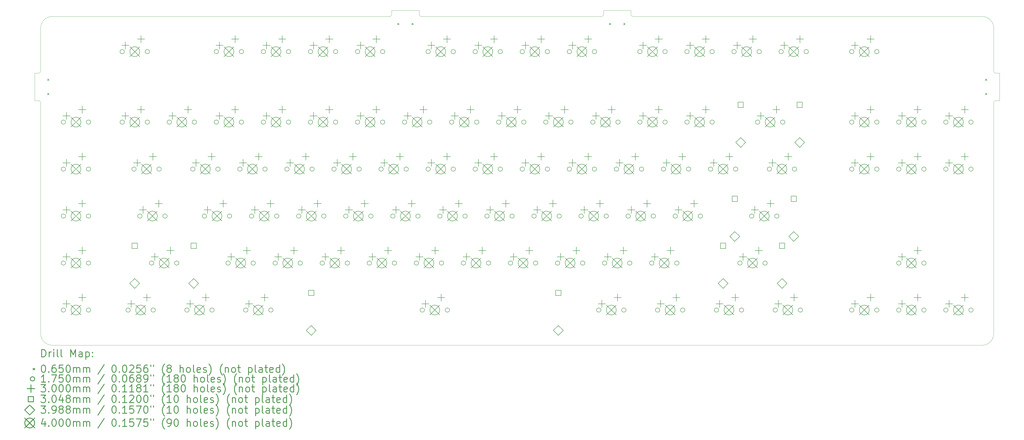
<source format=gbr>
%FSLAX45Y45*%
G04 Gerber Fmt 4.5, Leading zero omitted, Abs format (unit mm)*
G04 Created by KiCad (PCBNEW (5.1.10)-1) date 2021-10-20 23:33:38*
%MOMM*%
%LPD*%
G01*
G04 APERTURE LIST*
%TA.AperFunction,Profile*%
%ADD10C,0.100000*%
%TD*%
%ADD11C,0.200000*%
%ADD12C,0.300000*%
G04 APERTURE END LIST*
D10*
X7460780Y-18890060D02*
X7460780Y-28255720D01*
X7460780Y-15874000D02*
X7460780Y-17620140D01*
X7381410Y-18810690D02*
G75*
G02*
X7460780Y-18890060I0J-79370D01*
G01*
X7460780Y-17620140D02*
G75*
G02*
X7381410Y-17699510I-79370J0D01*
G01*
X7222670Y-18810690D02*
X7381410Y-18810690D01*
X7222670Y-17699510D02*
X7222670Y-18810690D01*
X7381410Y-17699510D02*
X7222670Y-17699510D01*
X46034600Y-18890060D02*
X46034600Y-28255720D01*
X46034600Y-15874000D02*
X46034600Y-17620140D01*
X46034600Y-18890060D02*
G75*
G02*
X46113970Y-18810690I79370J0D01*
G01*
X46113970Y-17699510D02*
G75*
G02*
X46034600Y-17620140I0J79370D01*
G01*
X46272710Y-17699510D02*
X46113970Y-17699510D01*
X46272710Y-18810690D02*
X46113970Y-18810690D01*
X46272710Y-17699510D02*
X46272710Y-18810690D01*
X21668010Y-15159670D02*
X22779190Y-15159670D01*
X31351150Y-15159670D02*
X30239970Y-15159670D01*
X7937000Y-15397780D02*
X21588640Y-15397780D01*
X30160600Y-15397780D02*
X22858560Y-15397780D01*
X45558380Y-15397780D02*
X31430520Y-15397780D01*
X31430520Y-15397780D02*
G75*
G02*
X31351150Y-15318410I0J79370D01*
G01*
X30239970Y-15318410D02*
G75*
G02*
X30160600Y-15397780I-79370J0D01*
G01*
X30239970Y-15159670D02*
X30239970Y-15318410D01*
X31351150Y-15318410D02*
X31351150Y-15159670D01*
X21668010Y-15318410D02*
G75*
G02*
X21588640Y-15397780I-79370J0D01*
G01*
X22858560Y-15397780D02*
G75*
G02*
X22779190Y-15318410I0J79370D01*
G01*
X21668010Y-15159670D02*
X21668010Y-15318410D01*
X22779190Y-15159670D02*
X22779190Y-15318410D01*
X7937000Y-28731940D02*
X45558380Y-28731940D01*
X46034600Y-28255720D02*
G75*
G02*
X45558380Y-28731940I-476220J0D01*
G01*
X45558380Y-15397780D02*
G75*
G02*
X46034600Y-15874000I0J-476220D01*
G01*
X7460780Y-15874000D02*
G75*
G02*
X7937000Y-15397780I476220J0D01*
G01*
X7937000Y-28731940D02*
G75*
G02*
X7460780Y-28255720I0J476220D01*
G01*
D11*
X7735800Y-17933600D02*
X7800800Y-17998600D01*
X7800800Y-17933600D02*
X7735800Y-17998600D01*
X7735800Y-18511600D02*
X7800800Y-18576600D01*
X7800800Y-18511600D02*
X7735800Y-18576600D01*
X21902100Y-15672800D02*
X21967100Y-15737800D01*
X21967100Y-15672800D02*
X21902100Y-15737800D01*
X22480100Y-15672800D02*
X22545100Y-15737800D01*
X22545100Y-15672800D02*
X22480100Y-15737800D01*
X30474060Y-15672800D02*
X30539060Y-15737800D01*
X30539060Y-15672800D02*
X30474060Y-15737800D01*
X31052060Y-15672800D02*
X31117060Y-15737800D01*
X31117060Y-15672800D02*
X31052060Y-15737800D01*
X45694580Y-17933600D02*
X45759580Y-17998600D01*
X45759580Y-17933600D02*
X45694580Y-17998600D01*
X45694580Y-18511600D02*
X45759580Y-18576600D01*
X45759580Y-18511600D02*
X45694580Y-18576600D01*
X8468940Y-19683760D02*
G75*
G03*
X8468940Y-19683760I-87500J0D01*
G01*
X8468940Y-21588640D02*
G75*
G03*
X8468940Y-21588640I-87500J0D01*
G01*
X8468940Y-23493520D02*
G75*
G03*
X8468940Y-23493520I-87500J0D01*
G01*
X8468940Y-25398400D02*
G75*
G03*
X8468940Y-25398400I-87500J0D01*
G01*
X8468940Y-27303280D02*
G75*
G03*
X8468940Y-27303280I-87500J0D01*
G01*
X9484940Y-19683760D02*
G75*
G03*
X9484940Y-19683760I-87500J0D01*
G01*
X9484940Y-21588640D02*
G75*
G03*
X9484940Y-21588640I-87500J0D01*
G01*
X9484940Y-23493520D02*
G75*
G03*
X9484940Y-23493520I-87500J0D01*
G01*
X9484940Y-25398400D02*
G75*
G03*
X9484940Y-25398400I-87500J0D01*
G01*
X9484940Y-27303280D02*
G75*
G03*
X9484940Y-27303280I-87500J0D01*
G01*
X10850040Y-16826440D02*
G75*
G03*
X10850040Y-16826440I-87500J0D01*
G01*
X10850040Y-19683760D02*
G75*
G03*
X10850040Y-19683760I-87500J0D01*
G01*
X11088150Y-27303280D02*
G75*
G03*
X11088150Y-27303280I-87500J0D01*
G01*
X11326260Y-21588640D02*
G75*
G03*
X11326260Y-21588640I-87500J0D01*
G01*
X11564370Y-23493520D02*
G75*
G03*
X11564370Y-23493520I-87500J0D01*
G01*
X11866040Y-16826440D02*
G75*
G03*
X11866040Y-16826440I-87500J0D01*
G01*
X11866040Y-19683760D02*
G75*
G03*
X11866040Y-19683760I-87500J0D01*
G01*
X12040590Y-25398400D02*
G75*
G03*
X12040590Y-25398400I-87500J0D01*
G01*
X12104150Y-27303280D02*
G75*
G03*
X12104150Y-27303280I-87500J0D01*
G01*
X12342260Y-21588640D02*
G75*
G03*
X12342260Y-21588640I-87500J0D01*
G01*
X12580370Y-23493520D02*
G75*
G03*
X12580370Y-23493520I-87500J0D01*
G01*
X12754920Y-19683760D02*
G75*
G03*
X12754920Y-19683760I-87500J0D01*
G01*
X13056590Y-25398400D02*
G75*
G03*
X13056590Y-25398400I-87500J0D01*
G01*
X13469250Y-27303280D02*
G75*
G03*
X13469250Y-27303280I-87500J0D01*
G01*
X13707360Y-21588640D02*
G75*
G03*
X13707360Y-21588640I-87500J0D01*
G01*
X13770920Y-19683760D02*
G75*
G03*
X13770920Y-19683760I-87500J0D01*
G01*
X14177750Y-23493520D02*
G75*
G03*
X14177750Y-23493520I-87500J0D01*
G01*
X14485250Y-27303280D02*
G75*
G03*
X14485250Y-27303280I-87500J0D01*
G01*
X14659800Y-16826440D02*
G75*
G03*
X14659800Y-16826440I-87500J0D01*
G01*
X14659800Y-19683760D02*
G75*
G03*
X14659800Y-19683760I-87500J0D01*
G01*
X14723360Y-21588640D02*
G75*
G03*
X14723360Y-21588640I-87500J0D01*
G01*
X15136020Y-25398400D02*
G75*
G03*
X15136020Y-25398400I-87500J0D01*
G01*
X15193750Y-23493520D02*
G75*
G03*
X15193750Y-23493520I-87500J0D01*
G01*
X15612240Y-21588640D02*
G75*
G03*
X15612240Y-21588640I-87500J0D01*
G01*
X15675800Y-16826440D02*
G75*
G03*
X15675800Y-16826440I-87500J0D01*
G01*
X15675800Y-19683760D02*
G75*
G03*
X15675800Y-19683760I-87500J0D01*
G01*
X15850350Y-27303280D02*
G75*
G03*
X15850350Y-27303280I-87500J0D01*
G01*
X16088460Y-23493520D02*
G75*
G03*
X16088460Y-23493520I-87500J0D01*
G01*
X16152020Y-25398400D02*
G75*
G03*
X16152020Y-25398400I-87500J0D01*
G01*
X16564680Y-16826440D02*
G75*
G03*
X16564680Y-16826440I-87500J0D01*
G01*
X16564680Y-19683760D02*
G75*
G03*
X16564680Y-19683760I-87500J0D01*
G01*
X16628240Y-21588640D02*
G75*
G03*
X16628240Y-21588640I-87500J0D01*
G01*
X16866350Y-27303280D02*
G75*
G03*
X16866350Y-27303280I-87500J0D01*
G01*
X17040900Y-25398400D02*
G75*
G03*
X17040900Y-25398400I-87500J0D01*
G01*
X17104460Y-23493520D02*
G75*
G03*
X17104460Y-23493520I-87500J0D01*
G01*
X17517120Y-21588640D02*
G75*
G03*
X17517120Y-21588640I-87500J0D01*
G01*
X17580680Y-16826440D02*
G75*
G03*
X17580680Y-16826440I-87500J0D01*
G01*
X17580680Y-19683760D02*
G75*
G03*
X17580680Y-19683760I-87500J0D01*
G01*
X17993340Y-23493520D02*
G75*
G03*
X17993340Y-23493520I-87500J0D01*
G01*
X18056900Y-25398400D02*
G75*
G03*
X18056900Y-25398400I-87500J0D01*
G01*
X18469560Y-16826440D02*
G75*
G03*
X18469560Y-16826440I-87500J0D01*
G01*
X18469560Y-19683760D02*
G75*
G03*
X18469560Y-19683760I-87500J0D01*
G01*
X18533120Y-21588640D02*
G75*
G03*
X18533120Y-21588640I-87500J0D01*
G01*
X18945780Y-25398400D02*
G75*
G03*
X18945780Y-25398400I-87500J0D01*
G01*
X19009340Y-23493520D02*
G75*
G03*
X19009340Y-23493520I-87500J0D01*
G01*
X19422000Y-21588640D02*
G75*
G03*
X19422000Y-21588640I-87500J0D01*
G01*
X19485560Y-16826440D02*
G75*
G03*
X19485560Y-16826440I-87500J0D01*
G01*
X19485560Y-19683760D02*
G75*
G03*
X19485560Y-19683760I-87500J0D01*
G01*
X19898220Y-23493520D02*
G75*
G03*
X19898220Y-23493520I-87500J0D01*
G01*
X19961780Y-25398400D02*
G75*
G03*
X19961780Y-25398400I-87500J0D01*
G01*
X20374440Y-16826440D02*
G75*
G03*
X20374440Y-16826440I-87500J0D01*
G01*
X20374440Y-19683760D02*
G75*
G03*
X20374440Y-19683760I-87500J0D01*
G01*
X20438000Y-21588640D02*
G75*
G03*
X20438000Y-21588640I-87500J0D01*
G01*
X20850660Y-25398400D02*
G75*
G03*
X20850660Y-25398400I-87500J0D01*
G01*
X20914220Y-23493520D02*
G75*
G03*
X20914220Y-23493520I-87500J0D01*
G01*
X21326880Y-21588640D02*
G75*
G03*
X21326880Y-21588640I-87500J0D01*
G01*
X21390440Y-16826440D02*
G75*
G03*
X21390440Y-16826440I-87500J0D01*
G01*
X21390440Y-19683760D02*
G75*
G03*
X21390440Y-19683760I-87500J0D01*
G01*
X21803100Y-23493520D02*
G75*
G03*
X21803100Y-23493520I-87500J0D01*
G01*
X21866660Y-25398400D02*
G75*
G03*
X21866660Y-25398400I-87500J0D01*
G01*
X22279320Y-19683760D02*
G75*
G03*
X22279320Y-19683760I-87500J0D01*
G01*
X22342880Y-21588640D02*
G75*
G03*
X22342880Y-21588640I-87500J0D01*
G01*
X22755540Y-25398400D02*
G75*
G03*
X22755540Y-25398400I-87500J0D01*
G01*
X22819100Y-23493520D02*
G75*
G03*
X22819100Y-23493520I-87500J0D01*
G01*
X22993650Y-27303280D02*
G75*
G03*
X22993650Y-27303280I-87500J0D01*
G01*
X23231760Y-16826440D02*
G75*
G03*
X23231760Y-16826440I-87500J0D01*
G01*
X23231760Y-21588640D02*
G75*
G03*
X23231760Y-21588640I-87500J0D01*
G01*
X23295320Y-19683760D02*
G75*
G03*
X23295320Y-19683760I-87500J0D01*
G01*
X23707980Y-23493520D02*
G75*
G03*
X23707980Y-23493520I-87500J0D01*
G01*
X23771540Y-25398400D02*
G75*
G03*
X23771540Y-25398400I-87500J0D01*
G01*
X24009650Y-27303280D02*
G75*
G03*
X24009650Y-27303280I-87500J0D01*
G01*
X24184200Y-19683760D02*
G75*
G03*
X24184200Y-19683760I-87500J0D01*
G01*
X24247760Y-16826440D02*
G75*
G03*
X24247760Y-16826440I-87500J0D01*
G01*
X24247760Y-21588640D02*
G75*
G03*
X24247760Y-21588640I-87500J0D01*
G01*
X24660420Y-25398400D02*
G75*
G03*
X24660420Y-25398400I-87500J0D01*
G01*
X24723980Y-23493520D02*
G75*
G03*
X24723980Y-23493520I-87500J0D01*
G01*
X25136640Y-16826440D02*
G75*
G03*
X25136640Y-16826440I-87500J0D01*
G01*
X25136640Y-21588640D02*
G75*
G03*
X25136640Y-21588640I-87500J0D01*
G01*
X25200200Y-19683760D02*
G75*
G03*
X25200200Y-19683760I-87500J0D01*
G01*
X25612860Y-23493520D02*
G75*
G03*
X25612860Y-23493520I-87500J0D01*
G01*
X25676420Y-25398400D02*
G75*
G03*
X25676420Y-25398400I-87500J0D01*
G01*
X26089080Y-19683760D02*
G75*
G03*
X26089080Y-19683760I-87500J0D01*
G01*
X26152640Y-16826440D02*
G75*
G03*
X26152640Y-16826440I-87500J0D01*
G01*
X26152640Y-21588640D02*
G75*
G03*
X26152640Y-21588640I-87500J0D01*
G01*
X26565300Y-25398400D02*
G75*
G03*
X26565300Y-25398400I-87500J0D01*
G01*
X26628860Y-23493520D02*
G75*
G03*
X26628860Y-23493520I-87500J0D01*
G01*
X27041520Y-16826440D02*
G75*
G03*
X27041520Y-16826440I-87500J0D01*
G01*
X27041520Y-21588640D02*
G75*
G03*
X27041520Y-21588640I-87500J0D01*
G01*
X27105080Y-19683760D02*
G75*
G03*
X27105080Y-19683760I-87500J0D01*
G01*
X27517740Y-23493520D02*
G75*
G03*
X27517740Y-23493520I-87500J0D01*
G01*
X27581300Y-25398400D02*
G75*
G03*
X27581300Y-25398400I-87500J0D01*
G01*
X27993960Y-19683760D02*
G75*
G03*
X27993960Y-19683760I-87500J0D01*
G01*
X28057520Y-16826440D02*
G75*
G03*
X28057520Y-16826440I-87500J0D01*
G01*
X28057520Y-21588640D02*
G75*
G03*
X28057520Y-21588640I-87500J0D01*
G01*
X28470180Y-25398400D02*
G75*
G03*
X28470180Y-25398400I-87500J0D01*
G01*
X28533740Y-23493520D02*
G75*
G03*
X28533740Y-23493520I-87500J0D01*
G01*
X28946400Y-16826440D02*
G75*
G03*
X28946400Y-16826440I-87500J0D01*
G01*
X28946400Y-21588640D02*
G75*
G03*
X28946400Y-21588640I-87500J0D01*
G01*
X29009960Y-19683760D02*
G75*
G03*
X29009960Y-19683760I-87500J0D01*
G01*
X29422620Y-23493520D02*
G75*
G03*
X29422620Y-23493520I-87500J0D01*
G01*
X29486180Y-25398400D02*
G75*
G03*
X29486180Y-25398400I-87500J0D01*
G01*
X29898840Y-19683760D02*
G75*
G03*
X29898840Y-19683760I-87500J0D01*
G01*
X29962400Y-16826440D02*
G75*
G03*
X29962400Y-16826440I-87500J0D01*
G01*
X29962400Y-21588640D02*
G75*
G03*
X29962400Y-21588640I-87500J0D01*
G01*
X30136950Y-27303280D02*
G75*
G03*
X30136950Y-27303280I-87500J0D01*
G01*
X30375060Y-25398400D02*
G75*
G03*
X30375060Y-25398400I-87500J0D01*
G01*
X30438620Y-23493520D02*
G75*
G03*
X30438620Y-23493520I-87500J0D01*
G01*
X30851280Y-21588640D02*
G75*
G03*
X30851280Y-21588640I-87500J0D01*
G01*
X30914840Y-19683760D02*
G75*
G03*
X30914840Y-19683760I-87500J0D01*
G01*
X31152950Y-27303280D02*
G75*
G03*
X31152950Y-27303280I-87500J0D01*
G01*
X31327500Y-23493520D02*
G75*
G03*
X31327500Y-23493520I-87500J0D01*
G01*
X31391060Y-25398400D02*
G75*
G03*
X31391060Y-25398400I-87500J0D01*
G01*
X31803720Y-16826440D02*
G75*
G03*
X31803720Y-16826440I-87500J0D01*
G01*
X31803720Y-19683760D02*
G75*
G03*
X31803720Y-19683760I-87500J0D01*
G01*
X31867280Y-21588640D02*
G75*
G03*
X31867280Y-21588640I-87500J0D01*
G01*
X32279940Y-25398400D02*
G75*
G03*
X32279940Y-25398400I-87500J0D01*
G01*
X32343500Y-23493520D02*
G75*
G03*
X32343500Y-23493520I-87500J0D01*
G01*
X32518050Y-27303280D02*
G75*
G03*
X32518050Y-27303280I-87500J0D01*
G01*
X32756160Y-21588640D02*
G75*
G03*
X32756160Y-21588640I-87500J0D01*
G01*
X32819720Y-16826440D02*
G75*
G03*
X32819720Y-16826440I-87500J0D01*
G01*
X32819720Y-19683760D02*
G75*
G03*
X32819720Y-19683760I-87500J0D01*
G01*
X33232380Y-23493520D02*
G75*
G03*
X33232380Y-23493520I-87500J0D01*
G01*
X33295940Y-25398400D02*
G75*
G03*
X33295940Y-25398400I-87500J0D01*
G01*
X33534050Y-27303280D02*
G75*
G03*
X33534050Y-27303280I-87500J0D01*
G01*
X33708600Y-16826440D02*
G75*
G03*
X33708600Y-16826440I-87500J0D01*
G01*
X33708600Y-19683760D02*
G75*
G03*
X33708600Y-19683760I-87500J0D01*
G01*
X33772160Y-21588640D02*
G75*
G03*
X33772160Y-21588640I-87500J0D01*
G01*
X34248380Y-23493520D02*
G75*
G03*
X34248380Y-23493520I-87500J0D01*
G01*
X34661040Y-21588640D02*
G75*
G03*
X34661040Y-21588640I-87500J0D01*
G01*
X34724600Y-16826440D02*
G75*
G03*
X34724600Y-16826440I-87500J0D01*
G01*
X34724600Y-19683760D02*
G75*
G03*
X34724600Y-19683760I-87500J0D01*
G01*
X34899150Y-27303280D02*
G75*
G03*
X34899150Y-27303280I-87500J0D01*
G01*
X35613480Y-16826440D02*
G75*
G03*
X35613480Y-16826440I-87500J0D01*
G01*
X35677040Y-21588640D02*
G75*
G03*
X35677040Y-21588640I-87500J0D01*
G01*
X35851590Y-25398400D02*
G75*
G03*
X35851590Y-25398400I-87500J0D01*
G01*
X35915150Y-27303280D02*
G75*
G03*
X35915150Y-27303280I-87500J0D01*
G01*
X36327810Y-23493520D02*
G75*
G03*
X36327810Y-23493520I-87500J0D01*
G01*
X36565920Y-19683760D02*
G75*
G03*
X36565920Y-19683760I-87500J0D01*
G01*
X36629480Y-16826440D02*
G75*
G03*
X36629480Y-16826440I-87500J0D01*
G01*
X36867590Y-25398400D02*
G75*
G03*
X36867590Y-25398400I-87500J0D01*
G01*
X37042140Y-21588640D02*
G75*
G03*
X37042140Y-21588640I-87500J0D01*
G01*
X37280250Y-27303280D02*
G75*
G03*
X37280250Y-27303280I-87500J0D01*
G01*
X37343810Y-23493520D02*
G75*
G03*
X37343810Y-23493520I-87500J0D01*
G01*
X37518360Y-16826440D02*
G75*
G03*
X37518360Y-16826440I-87500J0D01*
G01*
X37581920Y-19683760D02*
G75*
G03*
X37581920Y-19683760I-87500J0D01*
G01*
X38058140Y-21588640D02*
G75*
G03*
X38058140Y-21588640I-87500J0D01*
G01*
X38296250Y-27303280D02*
G75*
G03*
X38296250Y-27303280I-87500J0D01*
G01*
X38534360Y-16826440D02*
G75*
G03*
X38534360Y-16826440I-87500J0D01*
G01*
X40375680Y-16826440D02*
G75*
G03*
X40375680Y-16826440I-87500J0D01*
G01*
X40375680Y-19683760D02*
G75*
G03*
X40375680Y-19683760I-87500J0D01*
G01*
X40375680Y-21588640D02*
G75*
G03*
X40375680Y-21588640I-87500J0D01*
G01*
X40375680Y-27303280D02*
G75*
G03*
X40375680Y-27303280I-87500J0D01*
G01*
X41391680Y-16826440D02*
G75*
G03*
X41391680Y-16826440I-87500J0D01*
G01*
X41391680Y-19683760D02*
G75*
G03*
X41391680Y-19683760I-87500J0D01*
G01*
X41391680Y-21588640D02*
G75*
G03*
X41391680Y-21588640I-87500J0D01*
G01*
X41391680Y-27303280D02*
G75*
G03*
X41391680Y-27303280I-87500J0D01*
G01*
X42280560Y-19683760D02*
G75*
G03*
X42280560Y-19683760I-87500J0D01*
G01*
X42280560Y-21588640D02*
G75*
G03*
X42280560Y-21588640I-87500J0D01*
G01*
X42280560Y-25398400D02*
G75*
G03*
X42280560Y-25398400I-87500J0D01*
G01*
X42280560Y-27303280D02*
G75*
G03*
X42280560Y-27303280I-87500J0D01*
G01*
X43296560Y-19683760D02*
G75*
G03*
X43296560Y-19683760I-87500J0D01*
G01*
X43296560Y-21588640D02*
G75*
G03*
X43296560Y-21588640I-87500J0D01*
G01*
X43296560Y-25398400D02*
G75*
G03*
X43296560Y-25398400I-87500J0D01*
G01*
X43296560Y-27303280D02*
G75*
G03*
X43296560Y-27303280I-87500J0D01*
G01*
X44185440Y-19683760D02*
G75*
G03*
X44185440Y-19683760I-87500J0D01*
G01*
X44185440Y-21588640D02*
G75*
G03*
X44185440Y-21588640I-87500J0D01*
G01*
X44185440Y-27303280D02*
G75*
G03*
X44185440Y-27303280I-87500J0D01*
G01*
X45201440Y-19683760D02*
G75*
G03*
X45201440Y-19683760I-87500J0D01*
G01*
X45201440Y-21588640D02*
G75*
G03*
X45201440Y-21588640I-87500J0D01*
G01*
X45201440Y-27303280D02*
G75*
G03*
X45201440Y-27303280I-87500J0D01*
G01*
X8508440Y-19279760D02*
X8508440Y-19579760D01*
X8358440Y-19429760D02*
X8658440Y-19429760D01*
X8508440Y-21184640D02*
X8508440Y-21484640D01*
X8358440Y-21334640D02*
X8658440Y-21334640D01*
X8508440Y-23089520D02*
X8508440Y-23389520D01*
X8358440Y-23239520D02*
X8658440Y-23239520D01*
X8508440Y-24994400D02*
X8508440Y-25294400D01*
X8358440Y-25144400D02*
X8658440Y-25144400D01*
X8508440Y-26899280D02*
X8508440Y-27199280D01*
X8358440Y-27049280D02*
X8658440Y-27049280D01*
X9143440Y-19025760D02*
X9143440Y-19325760D01*
X8993440Y-19175760D02*
X9293440Y-19175760D01*
X9143440Y-20930640D02*
X9143440Y-21230640D01*
X8993440Y-21080640D02*
X9293440Y-21080640D01*
X9143440Y-22835520D02*
X9143440Y-23135520D01*
X8993440Y-22985520D02*
X9293440Y-22985520D01*
X9143440Y-24740400D02*
X9143440Y-25040400D01*
X8993440Y-24890400D02*
X9293440Y-24890400D01*
X9143440Y-26645280D02*
X9143440Y-26945280D01*
X8993440Y-26795280D02*
X9293440Y-26795280D01*
X10889540Y-16422440D02*
X10889540Y-16722440D01*
X10739540Y-16572440D02*
X11039540Y-16572440D01*
X10889540Y-19279760D02*
X10889540Y-19579760D01*
X10739540Y-19429760D02*
X11039540Y-19429760D01*
X11127650Y-26899280D02*
X11127650Y-27199280D01*
X10977650Y-27049280D02*
X11277650Y-27049280D01*
X11365760Y-21184640D02*
X11365760Y-21484640D01*
X11215760Y-21334640D02*
X11515760Y-21334640D01*
X11524540Y-16168440D02*
X11524540Y-16468440D01*
X11374540Y-16318440D02*
X11674540Y-16318440D01*
X11524540Y-19025760D02*
X11524540Y-19325760D01*
X11374540Y-19175760D02*
X11674540Y-19175760D01*
X11603870Y-23089520D02*
X11603870Y-23389520D01*
X11453870Y-23239520D02*
X11753870Y-23239520D01*
X11762650Y-26645280D02*
X11762650Y-26945280D01*
X11612650Y-26795280D02*
X11912650Y-26795280D01*
X12000760Y-20930640D02*
X12000760Y-21230640D01*
X11850760Y-21080640D02*
X12150760Y-21080640D01*
X12080090Y-24994400D02*
X12080090Y-25294400D01*
X11930090Y-25144400D02*
X12230090Y-25144400D01*
X12238870Y-22835520D02*
X12238870Y-23135520D01*
X12088870Y-22985520D02*
X12388870Y-22985520D01*
X12715090Y-24740400D02*
X12715090Y-25040400D01*
X12565090Y-24890400D02*
X12865090Y-24890400D01*
X12794420Y-19279760D02*
X12794420Y-19579760D01*
X12644420Y-19429760D02*
X12944420Y-19429760D01*
X13429420Y-19025760D02*
X13429420Y-19325760D01*
X13279420Y-19175760D02*
X13579420Y-19175760D01*
X13508750Y-26899280D02*
X13508750Y-27199280D01*
X13358750Y-27049280D02*
X13658750Y-27049280D01*
X13746860Y-21184640D02*
X13746860Y-21484640D01*
X13596860Y-21334640D02*
X13896860Y-21334640D01*
X14143750Y-26645280D02*
X14143750Y-26945280D01*
X13993750Y-26795280D02*
X14293750Y-26795280D01*
X14217250Y-23089520D02*
X14217250Y-23389520D01*
X14067250Y-23239520D02*
X14367250Y-23239520D01*
X14381860Y-20930640D02*
X14381860Y-21230640D01*
X14231860Y-21080640D02*
X14531860Y-21080640D01*
X14699300Y-16422440D02*
X14699300Y-16722440D01*
X14549300Y-16572440D02*
X14849300Y-16572440D01*
X14699300Y-19279760D02*
X14699300Y-19579760D01*
X14549300Y-19429760D02*
X14849300Y-19429760D01*
X14852250Y-22835520D02*
X14852250Y-23135520D01*
X14702250Y-22985520D02*
X15002250Y-22985520D01*
X15175520Y-24994400D02*
X15175520Y-25294400D01*
X15025520Y-25144400D02*
X15325520Y-25144400D01*
X15334300Y-16168440D02*
X15334300Y-16468440D01*
X15184300Y-16318440D02*
X15484300Y-16318440D01*
X15334300Y-19025760D02*
X15334300Y-19325760D01*
X15184300Y-19175760D02*
X15484300Y-19175760D01*
X15651740Y-21184640D02*
X15651740Y-21484640D01*
X15501740Y-21334640D02*
X15801740Y-21334640D01*
X15810520Y-24740400D02*
X15810520Y-25040400D01*
X15660520Y-24890400D02*
X15960520Y-24890400D01*
X15889850Y-26899280D02*
X15889850Y-27199280D01*
X15739850Y-27049280D02*
X16039850Y-27049280D01*
X16127960Y-23089520D02*
X16127960Y-23389520D01*
X15977960Y-23239520D02*
X16277960Y-23239520D01*
X16286740Y-20930640D02*
X16286740Y-21230640D01*
X16136740Y-21080640D02*
X16436740Y-21080640D01*
X16524850Y-26645280D02*
X16524850Y-26945280D01*
X16374850Y-26795280D02*
X16674850Y-26795280D01*
X16604180Y-16422440D02*
X16604180Y-16722440D01*
X16454180Y-16572440D02*
X16754180Y-16572440D01*
X16604180Y-19279760D02*
X16604180Y-19579760D01*
X16454180Y-19429760D02*
X16754180Y-19429760D01*
X16762960Y-22835520D02*
X16762960Y-23135520D01*
X16612960Y-22985520D02*
X16912960Y-22985520D01*
X17080400Y-24994400D02*
X17080400Y-25294400D01*
X16930400Y-25144400D02*
X17230400Y-25144400D01*
X17239180Y-16168440D02*
X17239180Y-16468440D01*
X17089180Y-16318440D02*
X17389180Y-16318440D01*
X17239180Y-19025760D02*
X17239180Y-19325760D01*
X17089180Y-19175760D02*
X17389180Y-19175760D01*
X17556620Y-21184640D02*
X17556620Y-21484640D01*
X17406620Y-21334640D02*
X17706620Y-21334640D01*
X17715400Y-24740400D02*
X17715400Y-25040400D01*
X17565400Y-24890400D02*
X17865400Y-24890400D01*
X18032840Y-23089520D02*
X18032840Y-23389520D01*
X17882840Y-23239520D02*
X18182840Y-23239520D01*
X18191620Y-20930640D02*
X18191620Y-21230640D01*
X18041620Y-21080640D02*
X18341620Y-21080640D01*
X18509060Y-16422440D02*
X18509060Y-16722440D01*
X18359060Y-16572440D02*
X18659060Y-16572440D01*
X18509060Y-19279760D02*
X18509060Y-19579760D01*
X18359060Y-19429760D02*
X18659060Y-19429760D01*
X18667840Y-22835520D02*
X18667840Y-23135520D01*
X18517840Y-22985520D02*
X18817840Y-22985520D01*
X18985280Y-24994400D02*
X18985280Y-25294400D01*
X18835280Y-25144400D02*
X19135280Y-25144400D01*
X19144060Y-16168440D02*
X19144060Y-16468440D01*
X18994060Y-16318440D02*
X19294060Y-16318440D01*
X19144060Y-19025760D02*
X19144060Y-19325760D01*
X18994060Y-19175760D02*
X19294060Y-19175760D01*
X19461500Y-21184640D02*
X19461500Y-21484640D01*
X19311500Y-21334640D02*
X19611500Y-21334640D01*
X19620280Y-24740400D02*
X19620280Y-25040400D01*
X19470280Y-24890400D02*
X19770280Y-24890400D01*
X19937720Y-23089520D02*
X19937720Y-23389520D01*
X19787720Y-23239520D02*
X20087720Y-23239520D01*
X20096500Y-20930640D02*
X20096500Y-21230640D01*
X19946500Y-21080640D02*
X20246500Y-21080640D01*
X20413940Y-16422440D02*
X20413940Y-16722440D01*
X20263940Y-16572440D02*
X20563940Y-16572440D01*
X20413940Y-19279760D02*
X20413940Y-19579760D01*
X20263940Y-19429760D02*
X20563940Y-19429760D01*
X20572720Y-22835520D02*
X20572720Y-23135520D01*
X20422720Y-22985520D02*
X20722720Y-22985520D01*
X20890160Y-24994400D02*
X20890160Y-25294400D01*
X20740160Y-25144400D02*
X21040160Y-25144400D01*
X21048940Y-16168440D02*
X21048940Y-16468440D01*
X20898940Y-16318440D02*
X21198940Y-16318440D01*
X21048940Y-19025760D02*
X21048940Y-19325760D01*
X20898940Y-19175760D02*
X21198940Y-19175760D01*
X21366380Y-21184640D02*
X21366380Y-21484640D01*
X21216380Y-21334640D02*
X21516380Y-21334640D01*
X21525160Y-24740400D02*
X21525160Y-25040400D01*
X21375160Y-24890400D02*
X21675160Y-24890400D01*
X21842600Y-23089520D02*
X21842600Y-23389520D01*
X21692600Y-23239520D02*
X21992600Y-23239520D01*
X22001380Y-20930640D02*
X22001380Y-21230640D01*
X21851380Y-21080640D02*
X22151380Y-21080640D01*
X22318820Y-19279760D02*
X22318820Y-19579760D01*
X22168820Y-19429760D02*
X22468820Y-19429760D01*
X22477600Y-22835520D02*
X22477600Y-23135520D01*
X22327600Y-22985520D02*
X22627600Y-22985520D01*
X22795040Y-24994400D02*
X22795040Y-25294400D01*
X22645040Y-25144400D02*
X22945040Y-25144400D01*
X22953820Y-19025760D02*
X22953820Y-19325760D01*
X22803820Y-19175760D02*
X23103820Y-19175760D01*
X23033150Y-26899280D02*
X23033150Y-27199280D01*
X22883150Y-27049280D02*
X23183150Y-27049280D01*
X23271260Y-16422440D02*
X23271260Y-16722440D01*
X23121260Y-16572440D02*
X23421260Y-16572440D01*
X23271260Y-21184640D02*
X23271260Y-21484640D01*
X23121260Y-21334640D02*
X23421260Y-21334640D01*
X23430040Y-24740400D02*
X23430040Y-25040400D01*
X23280040Y-24890400D02*
X23580040Y-24890400D01*
X23668150Y-26645280D02*
X23668150Y-26945280D01*
X23518150Y-26795280D02*
X23818150Y-26795280D01*
X23747480Y-23089520D02*
X23747480Y-23389520D01*
X23597480Y-23239520D02*
X23897480Y-23239520D01*
X23906260Y-16168440D02*
X23906260Y-16468440D01*
X23756260Y-16318440D02*
X24056260Y-16318440D01*
X23906260Y-20930640D02*
X23906260Y-21230640D01*
X23756260Y-21080640D02*
X24056260Y-21080640D01*
X24223700Y-19279760D02*
X24223700Y-19579760D01*
X24073700Y-19429760D02*
X24373700Y-19429760D01*
X24382480Y-22835520D02*
X24382480Y-23135520D01*
X24232480Y-22985520D02*
X24532480Y-22985520D01*
X24699920Y-24994400D02*
X24699920Y-25294400D01*
X24549920Y-25144400D02*
X24849920Y-25144400D01*
X24858700Y-19025760D02*
X24858700Y-19325760D01*
X24708700Y-19175760D02*
X25008700Y-19175760D01*
X25176140Y-16422440D02*
X25176140Y-16722440D01*
X25026140Y-16572440D02*
X25326140Y-16572440D01*
X25176140Y-21184640D02*
X25176140Y-21484640D01*
X25026140Y-21334640D02*
X25326140Y-21334640D01*
X25334920Y-24740400D02*
X25334920Y-25040400D01*
X25184920Y-24890400D02*
X25484920Y-24890400D01*
X25652360Y-23089520D02*
X25652360Y-23389520D01*
X25502360Y-23239520D02*
X25802360Y-23239520D01*
X25811140Y-16168440D02*
X25811140Y-16468440D01*
X25661140Y-16318440D02*
X25961140Y-16318440D01*
X25811140Y-20930640D02*
X25811140Y-21230640D01*
X25661140Y-21080640D02*
X25961140Y-21080640D01*
X26128580Y-19279760D02*
X26128580Y-19579760D01*
X25978580Y-19429760D02*
X26278580Y-19429760D01*
X26287360Y-22835520D02*
X26287360Y-23135520D01*
X26137360Y-22985520D02*
X26437360Y-22985520D01*
X26604800Y-24994400D02*
X26604800Y-25294400D01*
X26454800Y-25144400D02*
X26754800Y-25144400D01*
X26763580Y-19025760D02*
X26763580Y-19325760D01*
X26613580Y-19175760D02*
X26913580Y-19175760D01*
X27081020Y-16422440D02*
X27081020Y-16722440D01*
X26931020Y-16572440D02*
X27231020Y-16572440D01*
X27081020Y-21184640D02*
X27081020Y-21484640D01*
X26931020Y-21334640D02*
X27231020Y-21334640D01*
X27239800Y-24740400D02*
X27239800Y-25040400D01*
X27089800Y-24890400D02*
X27389800Y-24890400D01*
X27557240Y-23089520D02*
X27557240Y-23389520D01*
X27407240Y-23239520D02*
X27707240Y-23239520D01*
X27716020Y-16168440D02*
X27716020Y-16468440D01*
X27566020Y-16318440D02*
X27866020Y-16318440D01*
X27716020Y-20930640D02*
X27716020Y-21230640D01*
X27566020Y-21080640D02*
X27866020Y-21080640D01*
X28033460Y-19279760D02*
X28033460Y-19579760D01*
X27883460Y-19429760D02*
X28183460Y-19429760D01*
X28192240Y-22835520D02*
X28192240Y-23135520D01*
X28042240Y-22985520D02*
X28342240Y-22985520D01*
X28509680Y-24994400D02*
X28509680Y-25294400D01*
X28359680Y-25144400D02*
X28659680Y-25144400D01*
X28668460Y-19025760D02*
X28668460Y-19325760D01*
X28518460Y-19175760D02*
X28818460Y-19175760D01*
X28985900Y-16422440D02*
X28985900Y-16722440D01*
X28835900Y-16572440D02*
X29135900Y-16572440D01*
X28985900Y-21184640D02*
X28985900Y-21484640D01*
X28835900Y-21334640D02*
X29135900Y-21334640D01*
X29144680Y-24740400D02*
X29144680Y-25040400D01*
X28994680Y-24890400D02*
X29294680Y-24890400D01*
X29462120Y-23089520D02*
X29462120Y-23389520D01*
X29312120Y-23239520D02*
X29612120Y-23239520D01*
X29620900Y-16168440D02*
X29620900Y-16468440D01*
X29470900Y-16318440D02*
X29770900Y-16318440D01*
X29620900Y-20930640D02*
X29620900Y-21230640D01*
X29470900Y-21080640D02*
X29770900Y-21080640D01*
X29938340Y-19279760D02*
X29938340Y-19579760D01*
X29788340Y-19429760D02*
X30088340Y-19429760D01*
X30097120Y-22835520D02*
X30097120Y-23135520D01*
X29947120Y-22985520D02*
X30247120Y-22985520D01*
X30176450Y-26899280D02*
X30176450Y-27199280D01*
X30026450Y-27049280D02*
X30326450Y-27049280D01*
X30414560Y-24994400D02*
X30414560Y-25294400D01*
X30264560Y-25144400D02*
X30564560Y-25144400D01*
X30573340Y-19025760D02*
X30573340Y-19325760D01*
X30423340Y-19175760D02*
X30723340Y-19175760D01*
X30811450Y-26645280D02*
X30811450Y-26945280D01*
X30661450Y-26795280D02*
X30961450Y-26795280D01*
X30890780Y-21184640D02*
X30890780Y-21484640D01*
X30740780Y-21334640D02*
X31040780Y-21334640D01*
X31049560Y-24740400D02*
X31049560Y-25040400D01*
X30899560Y-24890400D02*
X31199560Y-24890400D01*
X31367000Y-23089520D02*
X31367000Y-23389520D01*
X31217000Y-23239520D02*
X31517000Y-23239520D01*
X31525780Y-20930640D02*
X31525780Y-21230640D01*
X31375780Y-21080640D02*
X31675780Y-21080640D01*
X31843220Y-16422440D02*
X31843220Y-16722440D01*
X31693220Y-16572440D02*
X31993220Y-16572440D01*
X31843220Y-19279760D02*
X31843220Y-19579760D01*
X31693220Y-19429760D02*
X31993220Y-19429760D01*
X32002000Y-22835520D02*
X32002000Y-23135520D01*
X31852000Y-22985520D02*
X32152000Y-22985520D01*
X32319440Y-24994400D02*
X32319440Y-25294400D01*
X32169440Y-25144400D02*
X32469440Y-25144400D01*
X32478220Y-16168440D02*
X32478220Y-16468440D01*
X32328220Y-16318440D02*
X32628220Y-16318440D01*
X32478220Y-19025760D02*
X32478220Y-19325760D01*
X32328220Y-19175760D02*
X32628220Y-19175760D01*
X32557550Y-26899280D02*
X32557550Y-27199280D01*
X32407550Y-27049280D02*
X32707550Y-27049280D01*
X32795660Y-21184640D02*
X32795660Y-21484640D01*
X32645660Y-21334640D02*
X32945660Y-21334640D01*
X32954440Y-24740400D02*
X32954440Y-25040400D01*
X32804440Y-24890400D02*
X33104440Y-24890400D01*
X33192550Y-26645280D02*
X33192550Y-26945280D01*
X33042550Y-26795280D02*
X33342550Y-26795280D01*
X33271880Y-23089520D02*
X33271880Y-23389520D01*
X33121880Y-23239520D02*
X33421880Y-23239520D01*
X33430660Y-20930640D02*
X33430660Y-21230640D01*
X33280660Y-21080640D02*
X33580660Y-21080640D01*
X33748100Y-16422440D02*
X33748100Y-16722440D01*
X33598100Y-16572440D02*
X33898100Y-16572440D01*
X33748100Y-19279760D02*
X33748100Y-19579760D01*
X33598100Y-19429760D02*
X33898100Y-19429760D01*
X33906880Y-22835520D02*
X33906880Y-23135520D01*
X33756880Y-22985520D02*
X34056880Y-22985520D01*
X34383100Y-16168440D02*
X34383100Y-16468440D01*
X34233100Y-16318440D02*
X34533100Y-16318440D01*
X34383100Y-19025760D02*
X34383100Y-19325760D01*
X34233100Y-19175760D02*
X34533100Y-19175760D01*
X34700540Y-21184640D02*
X34700540Y-21484640D01*
X34550540Y-21334640D02*
X34850540Y-21334640D01*
X34938650Y-26899280D02*
X34938650Y-27199280D01*
X34788650Y-27049280D02*
X35088650Y-27049280D01*
X35335540Y-20930640D02*
X35335540Y-21230640D01*
X35185540Y-21080640D02*
X35485540Y-21080640D01*
X35573650Y-26645280D02*
X35573650Y-26945280D01*
X35423650Y-26795280D02*
X35723650Y-26795280D01*
X35652980Y-16422440D02*
X35652980Y-16722440D01*
X35502980Y-16572440D02*
X35802980Y-16572440D01*
X35891090Y-24994400D02*
X35891090Y-25294400D01*
X35741090Y-25144400D02*
X36041090Y-25144400D01*
X36287980Y-16168440D02*
X36287980Y-16468440D01*
X36137980Y-16318440D02*
X36437980Y-16318440D01*
X36367310Y-23089520D02*
X36367310Y-23389520D01*
X36217310Y-23239520D02*
X36517310Y-23239520D01*
X36526090Y-24740400D02*
X36526090Y-25040400D01*
X36376090Y-24890400D02*
X36676090Y-24890400D01*
X36605420Y-19279760D02*
X36605420Y-19579760D01*
X36455420Y-19429760D02*
X36755420Y-19429760D01*
X37002310Y-22835520D02*
X37002310Y-23135520D01*
X36852310Y-22985520D02*
X37152310Y-22985520D01*
X37081640Y-21184640D02*
X37081640Y-21484640D01*
X36931640Y-21334640D02*
X37231640Y-21334640D01*
X37240420Y-19025760D02*
X37240420Y-19325760D01*
X37090420Y-19175760D02*
X37390420Y-19175760D01*
X37319750Y-26899280D02*
X37319750Y-27199280D01*
X37169750Y-27049280D02*
X37469750Y-27049280D01*
X37557860Y-16422440D02*
X37557860Y-16722440D01*
X37407860Y-16572440D02*
X37707860Y-16572440D01*
X37716640Y-20930640D02*
X37716640Y-21230640D01*
X37566640Y-21080640D02*
X37866640Y-21080640D01*
X37954750Y-26645280D02*
X37954750Y-26945280D01*
X37804750Y-26795280D02*
X38104750Y-26795280D01*
X38192860Y-16168440D02*
X38192860Y-16468440D01*
X38042860Y-16318440D02*
X38342860Y-16318440D01*
X40415180Y-16422440D02*
X40415180Y-16722440D01*
X40265180Y-16572440D02*
X40565180Y-16572440D01*
X40415180Y-19279760D02*
X40415180Y-19579760D01*
X40265180Y-19429760D02*
X40565180Y-19429760D01*
X40415180Y-21184640D02*
X40415180Y-21484640D01*
X40265180Y-21334640D02*
X40565180Y-21334640D01*
X40415180Y-26899280D02*
X40415180Y-27199280D01*
X40265180Y-27049280D02*
X40565180Y-27049280D01*
X41050180Y-16168440D02*
X41050180Y-16468440D01*
X40900180Y-16318440D02*
X41200180Y-16318440D01*
X41050180Y-19025760D02*
X41050180Y-19325760D01*
X40900180Y-19175760D02*
X41200180Y-19175760D01*
X41050180Y-20930640D02*
X41050180Y-21230640D01*
X40900180Y-21080640D02*
X41200180Y-21080640D01*
X41050180Y-26645280D02*
X41050180Y-26945280D01*
X40900180Y-26795280D02*
X41200180Y-26795280D01*
X42320060Y-19279760D02*
X42320060Y-19579760D01*
X42170060Y-19429760D02*
X42470060Y-19429760D01*
X42320060Y-21184640D02*
X42320060Y-21484640D01*
X42170060Y-21334640D02*
X42470060Y-21334640D01*
X42320060Y-24994400D02*
X42320060Y-25294400D01*
X42170060Y-25144400D02*
X42470060Y-25144400D01*
X42320060Y-26899280D02*
X42320060Y-27199280D01*
X42170060Y-27049280D02*
X42470060Y-27049280D01*
X42955060Y-19025760D02*
X42955060Y-19325760D01*
X42805060Y-19175760D02*
X43105060Y-19175760D01*
X42955060Y-20930640D02*
X42955060Y-21230640D01*
X42805060Y-21080640D02*
X43105060Y-21080640D01*
X42955060Y-24740400D02*
X42955060Y-25040400D01*
X42805060Y-24890400D02*
X43105060Y-24890400D01*
X42955060Y-26645280D02*
X42955060Y-26945280D01*
X42805060Y-26795280D02*
X43105060Y-26795280D01*
X44224940Y-19279760D02*
X44224940Y-19579760D01*
X44074940Y-19429760D02*
X44374940Y-19429760D01*
X44224940Y-21184640D02*
X44224940Y-21484640D01*
X44074940Y-21334640D02*
X44374940Y-21334640D01*
X44224940Y-26899280D02*
X44224940Y-27199280D01*
X44074940Y-27049280D02*
X44374940Y-27049280D01*
X44859940Y-19025760D02*
X44859940Y-19325760D01*
X44709940Y-19175760D02*
X45009940Y-19175760D01*
X44859940Y-20930640D02*
X44859940Y-21230640D01*
X44709940Y-21080640D02*
X45009940Y-21080640D01*
X44859940Y-26645280D02*
X44859940Y-26945280D01*
X44709940Y-26795280D02*
X45009940Y-26795280D01*
X11375054Y-24807664D02*
X11375054Y-24592136D01*
X11159526Y-24592136D01*
X11159526Y-24807664D01*
X11375054Y-24807664D01*
X13762654Y-24807664D02*
X13762654Y-24592136D01*
X13547126Y-24592136D01*
X13547126Y-24807664D01*
X13762654Y-24807664D01*
X18521289Y-26715084D02*
X18521289Y-26499556D01*
X18305761Y-26499556D01*
X18305761Y-26715084D01*
X18521289Y-26715084D01*
X28521269Y-26715084D02*
X28521269Y-26499556D01*
X28305741Y-26499556D01*
X28305741Y-26715084D01*
X28521269Y-26715084D01*
X35189229Y-24807664D02*
X35189229Y-24592136D01*
X34973701Y-24592136D01*
X34973701Y-24807664D01*
X35189229Y-24807664D01*
X35662274Y-22902784D02*
X35662274Y-22687256D01*
X35446746Y-22687256D01*
X35446746Y-22902784D01*
X35662274Y-22902784D01*
X35900384Y-19093024D02*
X35900384Y-18877496D01*
X35684856Y-18877496D01*
X35684856Y-19093024D01*
X35900384Y-19093024D01*
X37576829Y-24807664D02*
X37576829Y-24592136D01*
X37361301Y-24592136D01*
X37361301Y-24807664D01*
X37576829Y-24807664D01*
X38049874Y-22902784D02*
X38049874Y-22687256D01*
X37834346Y-22687256D01*
X37834346Y-22902784D01*
X38049874Y-22902784D01*
X38287984Y-19093024D02*
X38287984Y-18877496D01*
X38072456Y-18877496D01*
X38072456Y-19093024D01*
X38287984Y-19093024D01*
X11267290Y-26423290D02*
X11466680Y-26223900D01*
X11267290Y-26024510D01*
X11067900Y-26223900D01*
X11267290Y-26423290D01*
X13654890Y-26423290D02*
X13854280Y-26223900D01*
X13654890Y-26024510D01*
X13455500Y-26223900D01*
X13654890Y-26423290D01*
X18413525Y-28330710D02*
X18612915Y-28131320D01*
X18413525Y-27931930D01*
X18214135Y-28131320D01*
X18413525Y-28330710D01*
X28413505Y-28330710D02*
X28612895Y-28131320D01*
X28413505Y-27931930D01*
X28214115Y-28131320D01*
X28413505Y-28330710D01*
X35081465Y-26423290D02*
X35280855Y-26223900D01*
X35081465Y-26024510D01*
X34882075Y-26223900D01*
X35081465Y-26423290D01*
X35554510Y-24518410D02*
X35753900Y-24319020D01*
X35554510Y-24119630D01*
X35355120Y-24319020D01*
X35554510Y-24518410D01*
X35792620Y-20708650D02*
X35992010Y-20509260D01*
X35792620Y-20309870D01*
X35593230Y-20509260D01*
X35792620Y-20708650D01*
X37469065Y-26423290D02*
X37668455Y-26223900D01*
X37469065Y-26024510D01*
X37269675Y-26223900D01*
X37469065Y-26423290D01*
X37942110Y-24518410D02*
X38141500Y-24319020D01*
X37942110Y-24119630D01*
X37742720Y-24319020D01*
X37942110Y-24518410D01*
X38180220Y-20708650D02*
X38379610Y-20509260D01*
X38180220Y-20309870D01*
X37980830Y-20509260D01*
X38180220Y-20708650D01*
X8689440Y-19483760D02*
X9089440Y-19883760D01*
X9089440Y-19483760D02*
X8689440Y-19883760D01*
X9089440Y-19683760D02*
G75*
G03*
X9089440Y-19683760I-200000J0D01*
G01*
X8689440Y-21388640D02*
X9089440Y-21788640D01*
X9089440Y-21388640D02*
X8689440Y-21788640D01*
X9089440Y-21588640D02*
G75*
G03*
X9089440Y-21588640I-200000J0D01*
G01*
X8689440Y-23293520D02*
X9089440Y-23693520D01*
X9089440Y-23293520D02*
X8689440Y-23693520D01*
X9089440Y-23493520D02*
G75*
G03*
X9089440Y-23493520I-200000J0D01*
G01*
X8689440Y-25198400D02*
X9089440Y-25598400D01*
X9089440Y-25198400D02*
X8689440Y-25598400D01*
X9089440Y-25398400D02*
G75*
G03*
X9089440Y-25398400I-200000J0D01*
G01*
X8689440Y-27103280D02*
X9089440Y-27503280D01*
X9089440Y-27103280D02*
X8689440Y-27503280D01*
X9089440Y-27303280D02*
G75*
G03*
X9089440Y-27303280I-200000J0D01*
G01*
X11070540Y-16626440D02*
X11470540Y-17026440D01*
X11470540Y-16626440D02*
X11070540Y-17026440D01*
X11470540Y-16826440D02*
G75*
G03*
X11470540Y-16826440I-200000J0D01*
G01*
X11070540Y-19483760D02*
X11470540Y-19883760D01*
X11470540Y-19483760D02*
X11070540Y-19883760D01*
X11470540Y-19683760D02*
G75*
G03*
X11470540Y-19683760I-200000J0D01*
G01*
X11308650Y-27103280D02*
X11708650Y-27503280D01*
X11708650Y-27103280D02*
X11308650Y-27503280D01*
X11708650Y-27303280D02*
G75*
G03*
X11708650Y-27303280I-200000J0D01*
G01*
X11546760Y-21388640D02*
X11946760Y-21788640D01*
X11946760Y-21388640D02*
X11546760Y-21788640D01*
X11946760Y-21588640D02*
G75*
G03*
X11946760Y-21588640I-200000J0D01*
G01*
X11784870Y-23293520D02*
X12184870Y-23693520D01*
X12184870Y-23293520D02*
X11784870Y-23693520D01*
X12184870Y-23493520D02*
G75*
G03*
X12184870Y-23493520I-200000J0D01*
G01*
X12261090Y-25198400D02*
X12661090Y-25598400D01*
X12661090Y-25198400D02*
X12261090Y-25598400D01*
X12661090Y-25398400D02*
G75*
G03*
X12661090Y-25398400I-200000J0D01*
G01*
X12975420Y-19483760D02*
X13375420Y-19883760D01*
X13375420Y-19483760D02*
X12975420Y-19883760D01*
X13375420Y-19683760D02*
G75*
G03*
X13375420Y-19683760I-200000J0D01*
G01*
X13689750Y-27103280D02*
X14089750Y-27503280D01*
X14089750Y-27103280D02*
X13689750Y-27503280D01*
X14089750Y-27303280D02*
G75*
G03*
X14089750Y-27303280I-200000J0D01*
G01*
X13927860Y-21388640D02*
X14327860Y-21788640D01*
X14327860Y-21388640D02*
X13927860Y-21788640D01*
X14327860Y-21588640D02*
G75*
G03*
X14327860Y-21588640I-200000J0D01*
G01*
X14398250Y-23293520D02*
X14798250Y-23693520D01*
X14798250Y-23293520D02*
X14398250Y-23693520D01*
X14798250Y-23493520D02*
G75*
G03*
X14798250Y-23493520I-200000J0D01*
G01*
X14880300Y-16626440D02*
X15280300Y-17026440D01*
X15280300Y-16626440D02*
X14880300Y-17026440D01*
X15280300Y-16826440D02*
G75*
G03*
X15280300Y-16826440I-200000J0D01*
G01*
X14880300Y-19483760D02*
X15280300Y-19883760D01*
X15280300Y-19483760D02*
X14880300Y-19883760D01*
X15280300Y-19683760D02*
G75*
G03*
X15280300Y-19683760I-200000J0D01*
G01*
X15356520Y-25198400D02*
X15756520Y-25598400D01*
X15756520Y-25198400D02*
X15356520Y-25598400D01*
X15756520Y-25398400D02*
G75*
G03*
X15756520Y-25398400I-200000J0D01*
G01*
X15832740Y-21388640D02*
X16232740Y-21788640D01*
X16232740Y-21388640D02*
X15832740Y-21788640D01*
X16232740Y-21588640D02*
G75*
G03*
X16232740Y-21588640I-200000J0D01*
G01*
X16070850Y-27103280D02*
X16470850Y-27503280D01*
X16470850Y-27103280D02*
X16070850Y-27503280D01*
X16470850Y-27303280D02*
G75*
G03*
X16470850Y-27303280I-200000J0D01*
G01*
X16308960Y-23293520D02*
X16708960Y-23693520D01*
X16708960Y-23293520D02*
X16308960Y-23693520D01*
X16708960Y-23493520D02*
G75*
G03*
X16708960Y-23493520I-200000J0D01*
G01*
X16785180Y-16626440D02*
X17185180Y-17026440D01*
X17185180Y-16626440D02*
X16785180Y-17026440D01*
X17185180Y-16826440D02*
G75*
G03*
X17185180Y-16826440I-200000J0D01*
G01*
X16785180Y-19483760D02*
X17185180Y-19883760D01*
X17185180Y-19483760D02*
X16785180Y-19883760D01*
X17185180Y-19683760D02*
G75*
G03*
X17185180Y-19683760I-200000J0D01*
G01*
X17261400Y-25198400D02*
X17661400Y-25598400D01*
X17661400Y-25198400D02*
X17261400Y-25598400D01*
X17661400Y-25398400D02*
G75*
G03*
X17661400Y-25398400I-200000J0D01*
G01*
X17737620Y-21388640D02*
X18137620Y-21788640D01*
X18137620Y-21388640D02*
X17737620Y-21788640D01*
X18137620Y-21588640D02*
G75*
G03*
X18137620Y-21588640I-200000J0D01*
G01*
X18213840Y-23293520D02*
X18613840Y-23693520D01*
X18613840Y-23293520D02*
X18213840Y-23693520D01*
X18613840Y-23493520D02*
G75*
G03*
X18613840Y-23493520I-200000J0D01*
G01*
X18690060Y-16626440D02*
X19090060Y-17026440D01*
X19090060Y-16626440D02*
X18690060Y-17026440D01*
X19090060Y-16826440D02*
G75*
G03*
X19090060Y-16826440I-200000J0D01*
G01*
X18690060Y-19483760D02*
X19090060Y-19883760D01*
X19090060Y-19483760D02*
X18690060Y-19883760D01*
X19090060Y-19683760D02*
G75*
G03*
X19090060Y-19683760I-200000J0D01*
G01*
X19166280Y-25198400D02*
X19566280Y-25598400D01*
X19566280Y-25198400D02*
X19166280Y-25598400D01*
X19566280Y-25398400D02*
G75*
G03*
X19566280Y-25398400I-200000J0D01*
G01*
X19642500Y-21388640D02*
X20042500Y-21788640D01*
X20042500Y-21388640D02*
X19642500Y-21788640D01*
X20042500Y-21588640D02*
G75*
G03*
X20042500Y-21588640I-200000J0D01*
G01*
X20118720Y-23293520D02*
X20518720Y-23693520D01*
X20518720Y-23293520D02*
X20118720Y-23693520D01*
X20518720Y-23493520D02*
G75*
G03*
X20518720Y-23493520I-200000J0D01*
G01*
X20594940Y-16626440D02*
X20994940Y-17026440D01*
X20994940Y-16626440D02*
X20594940Y-17026440D01*
X20994940Y-16826440D02*
G75*
G03*
X20994940Y-16826440I-200000J0D01*
G01*
X20594940Y-19483760D02*
X20994940Y-19883760D01*
X20994940Y-19483760D02*
X20594940Y-19883760D01*
X20994940Y-19683760D02*
G75*
G03*
X20994940Y-19683760I-200000J0D01*
G01*
X21071160Y-25198400D02*
X21471160Y-25598400D01*
X21471160Y-25198400D02*
X21071160Y-25598400D01*
X21471160Y-25398400D02*
G75*
G03*
X21471160Y-25398400I-200000J0D01*
G01*
X21547380Y-21388640D02*
X21947380Y-21788640D01*
X21947380Y-21388640D02*
X21547380Y-21788640D01*
X21947380Y-21588640D02*
G75*
G03*
X21947380Y-21588640I-200000J0D01*
G01*
X22023600Y-23293520D02*
X22423600Y-23693520D01*
X22423600Y-23293520D02*
X22023600Y-23693520D01*
X22423600Y-23493520D02*
G75*
G03*
X22423600Y-23493520I-200000J0D01*
G01*
X22499820Y-19483760D02*
X22899820Y-19883760D01*
X22899820Y-19483760D02*
X22499820Y-19883760D01*
X22899820Y-19683760D02*
G75*
G03*
X22899820Y-19683760I-200000J0D01*
G01*
X22976040Y-25198400D02*
X23376040Y-25598400D01*
X23376040Y-25198400D02*
X22976040Y-25598400D01*
X23376040Y-25398400D02*
G75*
G03*
X23376040Y-25398400I-200000J0D01*
G01*
X23214150Y-27103280D02*
X23614150Y-27503280D01*
X23614150Y-27103280D02*
X23214150Y-27503280D01*
X23614150Y-27303280D02*
G75*
G03*
X23614150Y-27303280I-200000J0D01*
G01*
X23452260Y-16626440D02*
X23852260Y-17026440D01*
X23852260Y-16626440D02*
X23452260Y-17026440D01*
X23852260Y-16826440D02*
G75*
G03*
X23852260Y-16826440I-200000J0D01*
G01*
X23452260Y-21388640D02*
X23852260Y-21788640D01*
X23852260Y-21388640D02*
X23452260Y-21788640D01*
X23852260Y-21588640D02*
G75*
G03*
X23852260Y-21588640I-200000J0D01*
G01*
X23928480Y-23293520D02*
X24328480Y-23693520D01*
X24328480Y-23293520D02*
X23928480Y-23693520D01*
X24328480Y-23493520D02*
G75*
G03*
X24328480Y-23493520I-200000J0D01*
G01*
X24404700Y-19483760D02*
X24804700Y-19883760D01*
X24804700Y-19483760D02*
X24404700Y-19883760D01*
X24804700Y-19683760D02*
G75*
G03*
X24804700Y-19683760I-200000J0D01*
G01*
X24880920Y-25198400D02*
X25280920Y-25598400D01*
X25280920Y-25198400D02*
X24880920Y-25598400D01*
X25280920Y-25398400D02*
G75*
G03*
X25280920Y-25398400I-200000J0D01*
G01*
X25357140Y-16626440D02*
X25757140Y-17026440D01*
X25757140Y-16626440D02*
X25357140Y-17026440D01*
X25757140Y-16826440D02*
G75*
G03*
X25757140Y-16826440I-200000J0D01*
G01*
X25357140Y-21388640D02*
X25757140Y-21788640D01*
X25757140Y-21388640D02*
X25357140Y-21788640D01*
X25757140Y-21588640D02*
G75*
G03*
X25757140Y-21588640I-200000J0D01*
G01*
X25833360Y-23293520D02*
X26233360Y-23693520D01*
X26233360Y-23293520D02*
X25833360Y-23693520D01*
X26233360Y-23493520D02*
G75*
G03*
X26233360Y-23493520I-200000J0D01*
G01*
X26309580Y-19483760D02*
X26709580Y-19883760D01*
X26709580Y-19483760D02*
X26309580Y-19883760D01*
X26709580Y-19683760D02*
G75*
G03*
X26709580Y-19683760I-200000J0D01*
G01*
X26785800Y-25198400D02*
X27185800Y-25598400D01*
X27185800Y-25198400D02*
X26785800Y-25598400D01*
X27185800Y-25398400D02*
G75*
G03*
X27185800Y-25398400I-200000J0D01*
G01*
X27262020Y-16626440D02*
X27662020Y-17026440D01*
X27662020Y-16626440D02*
X27262020Y-17026440D01*
X27662020Y-16826440D02*
G75*
G03*
X27662020Y-16826440I-200000J0D01*
G01*
X27262020Y-21388640D02*
X27662020Y-21788640D01*
X27662020Y-21388640D02*
X27262020Y-21788640D01*
X27662020Y-21588640D02*
G75*
G03*
X27662020Y-21588640I-200000J0D01*
G01*
X27738240Y-23293520D02*
X28138240Y-23693520D01*
X28138240Y-23293520D02*
X27738240Y-23693520D01*
X28138240Y-23493520D02*
G75*
G03*
X28138240Y-23493520I-200000J0D01*
G01*
X28214460Y-19483760D02*
X28614460Y-19883760D01*
X28614460Y-19483760D02*
X28214460Y-19883760D01*
X28614460Y-19683760D02*
G75*
G03*
X28614460Y-19683760I-200000J0D01*
G01*
X28690680Y-25198400D02*
X29090680Y-25598400D01*
X29090680Y-25198400D02*
X28690680Y-25598400D01*
X29090680Y-25398400D02*
G75*
G03*
X29090680Y-25398400I-200000J0D01*
G01*
X29166900Y-16626440D02*
X29566900Y-17026440D01*
X29566900Y-16626440D02*
X29166900Y-17026440D01*
X29566900Y-16826440D02*
G75*
G03*
X29566900Y-16826440I-200000J0D01*
G01*
X29166900Y-21388640D02*
X29566900Y-21788640D01*
X29566900Y-21388640D02*
X29166900Y-21788640D01*
X29566900Y-21588640D02*
G75*
G03*
X29566900Y-21588640I-200000J0D01*
G01*
X29643120Y-23293520D02*
X30043120Y-23693520D01*
X30043120Y-23293520D02*
X29643120Y-23693520D01*
X30043120Y-23493520D02*
G75*
G03*
X30043120Y-23493520I-200000J0D01*
G01*
X30119340Y-19483760D02*
X30519340Y-19883760D01*
X30519340Y-19483760D02*
X30119340Y-19883760D01*
X30519340Y-19683760D02*
G75*
G03*
X30519340Y-19683760I-200000J0D01*
G01*
X30357450Y-27103280D02*
X30757450Y-27503280D01*
X30757450Y-27103280D02*
X30357450Y-27503280D01*
X30757450Y-27303280D02*
G75*
G03*
X30757450Y-27303280I-200000J0D01*
G01*
X30595560Y-25198400D02*
X30995560Y-25598400D01*
X30995560Y-25198400D02*
X30595560Y-25598400D01*
X30995560Y-25398400D02*
G75*
G03*
X30995560Y-25398400I-200000J0D01*
G01*
X31071780Y-21388640D02*
X31471780Y-21788640D01*
X31471780Y-21388640D02*
X31071780Y-21788640D01*
X31471780Y-21588640D02*
G75*
G03*
X31471780Y-21588640I-200000J0D01*
G01*
X31548000Y-23293520D02*
X31948000Y-23693520D01*
X31948000Y-23293520D02*
X31548000Y-23693520D01*
X31948000Y-23493520D02*
G75*
G03*
X31948000Y-23493520I-200000J0D01*
G01*
X32024220Y-16626440D02*
X32424220Y-17026440D01*
X32424220Y-16626440D02*
X32024220Y-17026440D01*
X32424220Y-16826440D02*
G75*
G03*
X32424220Y-16826440I-200000J0D01*
G01*
X32024220Y-19483760D02*
X32424220Y-19883760D01*
X32424220Y-19483760D02*
X32024220Y-19883760D01*
X32424220Y-19683760D02*
G75*
G03*
X32424220Y-19683760I-200000J0D01*
G01*
X32500440Y-25198400D02*
X32900440Y-25598400D01*
X32900440Y-25198400D02*
X32500440Y-25598400D01*
X32900440Y-25398400D02*
G75*
G03*
X32900440Y-25398400I-200000J0D01*
G01*
X32738550Y-27103280D02*
X33138550Y-27503280D01*
X33138550Y-27103280D02*
X32738550Y-27503280D01*
X33138550Y-27303280D02*
G75*
G03*
X33138550Y-27303280I-200000J0D01*
G01*
X32976660Y-21388640D02*
X33376660Y-21788640D01*
X33376660Y-21388640D02*
X32976660Y-21788640D01*
X33376660Y-21588640D02*
G75*
G03*
X33376660Y-21588640I-200000J0D01*
G01*
X33452880Y-23293520D02*
X33852880Y-23693520D01*
X33852880Y-23293520D02*
X33452880Y-23693520D01*
X33852880Y-23493520D02*
G75*
G03*
X33852880Y-23493520I-200000J0D01*
G01*
X33929100Y-16626440D02*
X34329100Y-17026440D01*
X34329100Y-16626440D02*
X33929100Y-17026440D01*
X34329100Y-16826440D02*
G75*
G03*
X34329100Y-16826440I-200000J0D01*
G01*
X33929100Y-19483760D02*
X34329100Y-19883760D01*
X34329100Y-19483760D02*
X33929100Y-19883760D01*
X34329100Y-19683760D02*
G75*
G03*
X34329100Y-19683760I-200000J0D01*
G01*
X34881540Y-21388640D02*
X35281540Y-21788640D01*
X35281540Y-21388640D02*
X34881540Y-21788640D01*
X35281540Y-21588640D02*
G75*
G03*
X35281540Y-21588640I-200000J0D01*
G01*
X35119650Y-27103280D02*
X35519650Y-27503280D01*
X35519650Y-27103280D02*
X35119650Y-27503280D01*
X35519650Y-27303280D02*
G75*
G03*
X35519650Y-27303280I-200000J0D01*
G01*
X35833980Y-16626440D02*
X36233980Y-17026440D01*
X36233980Y-16626440D02*
X35833980Y-17026440D01*
X36233980Y-16826440D02*
G75*
G03*
X36233980Y-16826440I-200000J0D01*
G01*
X36072090Y-25198400D02*
X36472090Y-25598400D01*
X36472090Y-25198400D02*
X36072090Y-25598400D01*
X36472090Y-25398400D02*
G75*
G03*
X36472090Y-25398400I-200000J0D01*
G01*
X36548310Y-23293520D02*
X36948310Y-23693520D01*
X36948310Y-23293520D02*
X36548310Y-23693520D01*
X36948310Y-23493520D02*
G75*
G03*
X36948310Y-23493520I-200000J0D01*
G01*
X36786420Y-19483760D02*
X37186420Y-19883760D01*
X37186420Y-19483760D02*
X36786420Y-19883760D01*
X37186420Y-19683760D02*
G75*
G03*
X37186420Y-19683760I-200000J0D01*
G01*
X37262640Y-21388640D02*
X37662640Y-21788640D01*
X37662640Y-21388640D02*
X37262640Y-21788640D01*
X37662640Y-21588640D02*
G75*
G03*
X37662640Y-21588640I-200000J0D01*
G01*
X37500750Y-27103280D02*
X37900750Y-27503280D01*
X37900750Y-27103280D02*
X37500750Y-27503280D01*
X37900750Y-27303280D02*
G75*
G03*
X37900750Y-27303280I-200000J0D01*
G01*
X37738860Y-16626440D02*
X38138860Y-17026440D01*
X38138860Y-16626440D02*
X37738860Y-17026440D01*
X38138860Y-16826440D02*
G75*
G03*
X38138860Y-16826440I-200000J0D01*
G01*
X40596180Y-16626440D02*
X40996180Y-17026440D01*
X40996180Y-16626440D02*
X40596180Y-17026440D01*
X40996180Y-16826440D02*
G75*
G03*
X40996180Y-16826440I-200000J0D01*
G01*
X40596180Y-19483760D02*
X40996180Y-19883760D01*
X40996180Y-19483760D02*
X40596180Y-19883760D01*
X40996180Y-19683760D02*
G75*
G03*
X40996180Y-19683760I-200000J0D01*
G01*
X40596180Y-21388640D02*
X40996180Y-21788640D01*
X40996180Y-21388640D02*
X40596180Y-21788640D01*
X40996180Y-21588640D02*
G75*
G03*
X40996180Y-21588640I-200000J0D01*
G01*
X40596180Y-27103280D02*
X40996180Y-27503280D01*
X40996180Y-27103280D02*
X40596180Y-27503280D01*
X40996180Y-27303280D02*
G75*
G03*
X40996180Y-27303280I-200000J0D01*
G01*
X42501060Y-19483760D02*
X42901060Y-19883760D01*
X42901060Y-19483760D02*
X42501060Y-19883760D01*
X42901060Y-19683760D02*
G75*
G03*
X42901060Y-19683760I-200000J0D01*
G01*
X42501060Y-21388640D02*
X42901060Y-21788640D01*
X42901060Y-21388640D02*
X42501060Y-21788640D01*
X42901060Y-21588640D02*
G75*
G03*
X42901060Y-21588640I-200000J0D01*
G01*
X42501060Y-25198400D02*
X42901060Y-25598400D01*
X42901060Y-25198400D02*
X42501060Y-25598400D01*
X42901060Y-25398400D02*
G75*
G03*
X42901060Y-25398400I-200000J0D01*
G01*
X42501060Y-27103280D02*
X42901060Y-27503280D01*
X42901060Y-27103280D02*
X42501060Y-27503280D01*
X42901060Y-27303280D02*
G75*
G03*
X42901060Y-27303280I-200000J0D01*
G01*
X44405940Y-19483760D02*
X44805940Y-19883760D01*
X44805940Y-19483760D02*
X44405940Y-19883760D01*
X44805940Y-19683760D02*
G75*
G03*
X44805940Y-19683760I-200000J0D01*
G01*
X44405940Y-21388640D02*
X44805940Y-21788640D01*
X44805940Y-21388640D02*
X44405940Y-21788640D01*
X44805940Y-21588640D02*
G75*
G03*
X44805940Y-21588640I-200000J0D01*
G01*
X44405940Y-27103280D02*
X44805940Y-27503280D01*
X44805940Y-27103280D02*
X44405940Y-27503280D01*
X44805940Y-27303280D02*
G75*
G03*
X44805940Y-27303280I-200000J0D01*
G01*
D12*
X7504098Y-29202654D02*
X7504098Y-28902654D01*
X7575527Y-28902654D01*
X7618384Y-28916940D01*
X7646956Y-28945511D01*
X7661241Y-28974083D01*
X7675527Y-29031226D01*
X7675527Y-29074083D01*
X7661241Y-29131226D01*
X7646956Y-29159797D01*
X7618384Y-29188369D01*
X7575527Y-29202654D01*
X7504098Y-29202654D01*
X7804098Y-29202654D02*
X7804098Y-29002654D01*
X7804098Y-29059797D02*
X7818384Y-29031226D01*
X7832670Y-29016940D01*
X7861241Y-29002654D01*
X7889813Y-29002654D01*
X7989813Y-29202654D02*
X7989813Y-29002654D01*
X7989813Y-28902654D02*
X7975527Y-28916940D01*
X7989813Y-28931226D01*
X8004098Y-28916940D01*
X7989813Y-28902654D01*
X7989813Y-28931226D01*
X8175527Y-29202654D02*
X8146956Y-29188369D01*
X8132670Y-29159797D01*
X8132670Y-28902654D01*
X8332670Y-29202654D02*
X8304098Y-29188369D01*
X8289813Y-29159797D01*
X8289813Y-28902654D01*
X8675527Y-29202654D02*
X8675527Y-28902654D01*
X8775527Y-29116940D01*
X8875527Y-28902654D01*
X8875527Y-29202654D01*
X9146956Y-29202654D02*
X9146956Y-29045511D01*
X9132670Y-29016940D01*
X9104098Y-29002654D01*
X9046956Y-29002654D01*
X9018384Y-29016940D01*
X9146956Y-29188369D02*
X9118384Y-29202654D01*
X9046956Y-29202654D01*
X9018384Y-29188369D01*
X9004098Y-29159797D01*
X9004098Y-29131226D01*
X9018384Y-29102654D01*
X9046956Y-29088369D01*
X9118384Y-29088369D01*
X9146956Y-29074083D01*
X9289813Y-29002654D02*
X9289813Y-29302654D01*
X9289813Y-29016940D02*
X9318384Y-29002654D01*
X9375527Y-29002654D01*
X9404098Y-29016940D01*
X9418384Y-29031226D01*
X9432670Y-29059797D01*
X9432670Y-29145511D01*
X9418384Y-29174083D01*
X9404098Y-29188369D01*
X9375527Y-29202654D01*
X9318384Y-29202654D01*
X9289813Y-29188369D01*
X9561241Y-29174083D02*
X9575527Y-29188369D01*
X9561241Y-29202654D01*
X9546956Y-29188369D01*
X9561241Y-29174083D01*
X9561241Y-29202654D01*
X9561241Y-29016940D02*
X9575527Y-29031226D01*
X9561241Y-29045511D01*
X9546956Y-29031226D01*
X9561241Y-29016940D01*
X9561241Y-29045511D01*
X7152670Y-29664440D02*
X7217670Y-29729440D01*
X7217670Y-29664440D02*
X7152670Y-29729440D01*
X7561241Y-29532654D02*
X7589813Y-29532654D01*
X7618384Y-29546940D01*
X7632670Y-29561226D01*
X7646956Y-29589797D01*
X7661241Y-29646940D01*
X7661241Y-29718369D01*
X7646956Y-29775511D01*
X7632670Y-29804083D01*
X7618384Y-29818369D01*
X7589813Y-29832654D01*
X7561241Y-29832654D01*
X7532670Y-29818369D01*
X7518384Y-29804083D01*
X7504098Y-29775511D01*
X7489813Y-29718369D01*
X7489813Y-29646940D01*
X7504098Y-29589797D01*
X7518384Y-29561226D01*
X7532670Y-29546940D01*
X7561241Y-29532654D01*
X7789813Y-29804083D02*
X7804098Y-29818369D01*
X7789813Y-29832654D01*
X7775527Y-29818369D01*
X7789813Y-29804083D01*
X7789813Y-29832654D01*
X8061241Y-29532654D02*
X8004098Y-29532654D01*
X7975527Y-29546940D01*
X7961241Y-29561226D01*
X7932670Y-29604083D01*
X7918384Y-29661226D01*
X7918384Y-29775511D01*
X7932670Y-29804083D01*
X7946956Y-29818369D01*
X7975527Y-29832654D01*
X8032670Y-29832654D01*
X8061241Y-29818369D01*
X8075527Y-29804083D01*
X8089813Y-29775511D01*
X8089813Y-29704083D01*
X8075527Y-29675511D01*
X8061241Y-29661226D01*
X8032670Y-29646940D01*
X7975527Y-29646940D01*
X7946956Y-29661226D01*
X7932670Y-29675511D01*
X7918384Y-29704083D01*
X8361241Y-29532654D02*
X8218384Y-29532654D01*
X8204098Y-29675511D01*
X8218384Y-29661226D01*
X8246956Y-29646940D01*
X8318384Y-29646940D01*
X8346956Y-29661226D01*
X8361241Y-29675511D01*
X8375527Y-29704083D01*
X8375527Y-29775511D01*
X8361241Y-29804083D01*
X8346956Y-29818369D01*
X8318384Y-29832654D01*
X8246956Y-29832654D01*
X8218384Y-29818369D01*
X8204098Y-29804083D01*
X8561241Y-29532654D02*
X8589813Y-29532654D01*
X8618384Y-29546940D01*
X8632670Y-29561226D01*
X8646956Y-29589797D01*
X8661241Y-29646940D01*
X8661241Y-29718369D01*
X8646956Y-29775511D01*
X8632670Y-29804083D01*
X8618384Y-29818369D01*
X8589813Y-29832654D01*
X8561241Y-29832654D01*
X8532670Y-29818369D01*
X8518384Y-29804083D01*
X8504098Y-29775511D01*
X8489813Y-29718369D01*
X8489813Y-29646940D01*
X8504098Y-29589797D01*
X8518384Y-29561226D01*
X8532670Y-29546940D01*
X8561241Y-29532654D01*
X8789813Y-29832654D02*
X8789813Y-29632654D01*
X8789813Y-29661226D02*
X8804098Y-29646940D01*
X8832670Y-29632654D01*
X8875527Y-29632654D01*
X8904098Y-29646940D01*
X8918384Y-29675511D01*
X8918384Y-29832654D01*
X8918384Y-29675511D02*
X8932670Y-29646940D01*
X8961241Y-29632654D01*
X9004098Y-29632654D01*
X9032670Y-29646940D01*
X9046956Y-29675511D01*
X9046956Y-29832654D01*
X9189813Y-29832654D02*
X9189813Y-29632654D01*
X9189813Y-29661226D02*
X9204098Y-29646940D01*
X9232670Y-29632654D01*
X9275527Y-29632654D01*
X9304098Y-29646940D01*
X9318384Y-29675511D01*
X9318384Y-29832654D01*
X9318384Y-29675511D02*
X9332670Y-29646940D01*
X9361241Y-29632654D01*
X9404098Y-29632654D01*
X9432670Y-29646940D01*
X9446956Y-29675511D01*
X9446956Y-29832654D01*
X10032670Y-29518369D02*
X9775527Y-29904083D01*
X10418384Y-29532654D02*
X10446956Y-29532654D01*
X10475527Y-29546940D01*
X10489813Y-29561226D01*
X10504098Y-29589797D01*
X10518384Y-29646940D01*
X10518384Y-29718369D01*
X10504098Y-29775511D01*
X10489813Y-29804083D01*
X10475527Y-29818369D01*
X10446956Y-29832654D01*
X10418384Y-29832654D01*
X10389813Y-29818369D01*
X10375527Y-29804083D01*
X10361241Y-29775511D01*
X10346956Y-29718369D01*
X10346956Y-29646940D01*
X10361241Y-29589797D01*
X10375527Y-29561226D01*
X10389813Y-29546940D01*
X10418384Y-29532654D01*
X10646956Y-29804083D02*
X10661241Y-29818369D01*
X10646956Y-29832654D01*
X10632670Y-29818369D01*
X10646956Y-29804083D01*
X10646956Y-29832654D01*
X10846956Y-29532654D02*
X10875527Y-29532654D01*
X10904098Y-29546940D01*
X10918384Y-29561226D01*
X10932670Y-29589797D01*
X10946956Y-29646940D01*
X10946956Y-29718369D01*
X10932670Y-29775511D01*
X10918384Y-29804083D01*
X10904098Y-29818369D01*
X10875527Y-29832654D01*
X10846956Y-29832654D01*
X10818384Y-29818369D01*
X10804098Y-29804083D01*
X10789813Y-29775511D01*
X10775527Y-29718369D01*
X10775527Y-29646940D01*
X10789813Y-29589797D01*
X10804098Y-29561226D01*
X10818384Y-29546940D01*
X10846956Y-29532654D01*
X11061241Y-29561226D02*
X11075527Y-29546940D01*
X11104098Y-29532654D01*
X11175527Y-29532654D01*
X11204098Y-29546940D01*
X11218384Y-29561226D01*
X11232670Y-29589797D01*
X11232670Y-29618369D01*
X11218384Y-29661226D01*
X11046956Y-29832654D01*
X11232670Y-29832654D01*
X11504098Y-29532654D02*
X11361241Y-29532654D01*
X11346956Y-29675511D01*
X11361241Y-29661226D01*
X11389813Y-29646940D01*
X11461241Y-29646940D01*
X11489813Y-29661226D01*
X11504098Y-29675511D01*
X11518384Y-29704083D01*
X11518384Y-29775511D01*
X11504098Y-29804083D01*
X11489813Y-29818369D01*
X11461241Y-29832654D01*
X11389813Y-29832654D01*
X11361241Y-29818369D01*
X11346956Y-29804083D01*
X11775527Y-29532654D02*
X11718384Y-29532654D01*
X11689813Y-29546940D01*
X11675527Y-29561226D01*
X11646956Y-29604083D01*
X11632670Y-29661226D01*
X11632670Y-29775511D01*
X11646956Y-29804083D01*
X11661241Y-29818369D01*
X11689813Y-29832654D01*
X11746956Y-29832654D01*
X11775527Y-29818369D01*
X11789813Y-29804083D01*
X11804098Y-29775511D01*
X11804098Y-29704083D01*
X11789813Y-29675511D01*
X11775527Y-29661226D01*
X11746956Y-29646940D01*
X11689813Y-29646940D01*
X11661241Y-29661226D01*
X11646956Y-29675511D01*
X11632670Y-29704083D01*
X11918384Y-29532654D02*
X11918384Y-29589797D01*
X12032670Y-29532654D02*
X12032670Y-29589797D01*
X12475527Y-29946940D02*
X12461241Y-29932654D01*
X12432670Y-29889797D01*
X12418384Y-29861226D01*
X12404098Y-29818369D01*
X12389813Y-29746940D01*
X12389813Y-29689797D01*
X12404098Y-29618369D01*
X12418384Y-29575511D01*
X12432670Y-29546940D01*
X12461241Y-29504083D01*
X12475527Y-29489797D01*
X12632670Y-29661226D02*
X12604098Y-29646940D01*
X12589813Y-29632654D01*
X12575527Y-29604083D01*
X12575527Y-29589797D01*
X12589813Y-29561226D01*
X12604098Y-29546940D01*
X12632670Y-29532654D01*
X12689813Y-29532654D01*
X12718384Y-29546940D01*
X12732670Y-29561226D01*
X12746956Y-29589797D01*
X12746956Y-29604083D01*
X12732670Y-29632654D01*
X12718384Y-29646940D01*
X12689813Y-29661226D01*
X12632670Y-29661226D01*
X12604098Y-29675511D01*
X12589813Y-29689797D01*
X12575527Y-29718369D01*
X12575527Y-29775511D01*
X12589813Y-29804083D01*
X12604098Y-29818369D01*
X12632670Y-29832654D01*
X12689813Y-29832654D01*
X12718384Y-29818369D01*
X12732670Y-29804083D01*
X12746956Y-29775511D01*
X12746956Y-29718369D01*
X12732670Y-29689797D01*
X12718384Y-29675511D01*
X12689813Y-29661226D01*
X13104098Y-29832654D02*
X13104098Y-29532654D01*
X13232670Y-29832654D02*
X13232670Y-29675511D01*
X13218384Y-29646940D01*
X13189813Y-29632654D01*
X13146956Y-29632654D01*
X13118384Y-29646940D01*
X13104098Y-29661226D01*
X13418384Y-29832654D02*
X13389813Y-29818369D01*
X13375527Y-29804083D01*
X13361241Y-29775511D01*
X13361241Y-29689797D01*
X13375527Y-29661226D01*
X13389813Y-29646940D01*
X13418384Y-29632654D01*
X13461241Y-29632654D01*
X13489813Y-29646940D01*
X13504098Y-29661226D01*
X13518384Y-29689797D01*
X13518384Y-29775511D01*
X13504098Y-29804083D01*
X13489813Y-29818369D01*
X13461241Y-29832654D01*
X13418384Y-29832654D01*
X13689813Y-29832654D02*
X13661241Y-29818369D01*
X13646956Y-29789797D01*
X13646956Y-29532654D01*
X13918384Y-29818369D02*
X13889813Y-29832654D01*
X13832670Y-29832654D01*
X13804098Y-29818369D01*
X13789813Y-29789797D01*
X13789813Y-29675511D01*
X13804098Y-29646940D01*
X13832670Y-29632654D01*
X13889813Y-29632654D01*
X13918384Y-29646940D01*
X13932670Y-29675511D01*
X13932670Y-29704083D01*
X13789813Y-29732654D01*
X14046956Y-29818369D02*
X14075527Y-29832654D01*
X14132670Y-29832654D01*
X14161241Y-29818369D01*
X14175527Y-29789797D01*
X14175527Y-29775511D01*
X14161241Y-29746940D01*
X14132670Y-29732654D01*
X14089813Y-29732654D01*
X14061241Y-29718369D01*
X14046956Y-29689797D01*
X14046956Y-29675511D01*
X14061241Y-29646940D01*
X14089813Y-29632654D01*
X14132670Y-29632654D01*
X14161241Y-29646940D01*
X14275527Y-29946940D02*
X14289813Y-29932654D01*
X14318384Y-29889797D01*
X14332670Y-29861226D01*
X14346956Y-29818369D01*
X14361241Y-29746940D01*
X14361241Y-29689797D01*
X14346956Y-29618369D01*
X14332670Y-29575511D01*
X14318384Y-29546940D01*
X14289813Y-29504083D01*
X14275527Y-29489797D01*
X14818384Y-29946940D02*
X14804098Y-29932654D01*
X14775527Y-29889797D01*
X14761241Y-29861226D01*
X14746956Y-29818369D01*
X14732670Y-29746940D01*
X14732670Y-29689797D01*
X14746956Y-29618369D01*
X14761241Y-29575511D01*
X14775527Y-29546940D01*
X14804098Y-29504083D01*
X14818384Y-29489797D01*
X14932670Y-29632654D02*
X14932670Y-29832654D01*
X14932670Y-29661226D02*
X14946956Y-29646940D01*
X14975527Y-29632654D01*
X15018384Y-29632654D01*
X15046956Y-29646940D01*
X15061241Y-29675511D01*
X15061241Y-29832654D01*
X15246956Y-29832654D02*
X15218384Y-29818369D01*
X15204098Y-29804083D01*
X15189813Y-29775511D01*
X15189813Y-29689797D01*
X15204098Y-29661226D01*
X15218384Y-29646940D01*
X15246956Y-29632654D01*
X15289813Y-29632654D01*
X15318384Y-29646940D01*
X15332670Y-29661226D01*
X15346956Y-29689797D01*
X15346956Y-29775511D01*
X15332670Y-29804083D01*
X15318384Y-29818369D01*
X15289813Y-29832654D01*
X15246956Y-29832654D01*
X15432670Y-29632654D02*
X15546956Y-29632654D01*
X15475527Y-29532654D02*
X15475527Y-29789797D01*
X15489813Y-29818369D01*
X15518384Y-29832654D01*
X15546956Y-29832654D01*
X15875527Y-29632654D02*
X15875527Y-29932654D01*
X15875527Y-29646940D02*
X15904098Y-29632654D01*
X15961241Y-29632654D01*
X15989813Y-29646940D01*
X16004098Y-29661226D01*
X16018384Y-29689797D01*
X16018384Y-29775511D01*
X16004098Y-29804083D01*
X15989813Y-29818369D01*
X15961241Y-29832654D01*
X15904098Y-29832654D01*
X15875527Y-29818369D01*
X16189813Y-29832654D02*
X16161241Y-29818369D01*
X16146956Y-29789797D01*
X16146956Y-29532654D01*
X16432670Y-29832654D02*
X16432670Y-29675511D01*
X16418384Y-29646940D01*
X16389813Y-29632654D01*
X16332670Y-29632654D01*
X16304098Y-29646940D01*
X16432670Y-29818369D02*
X16404098Y-29832654D01*
X16332670Y-29832654D01*
X16304098Y-29818369D01*
X16289813Y-29789797D01*
X16289813Y-29761226D01*
X16304098Y-29732654D01*
X16332670Y-29718369D01*
X16404098Y-29718369D01*
X16432670Y-29704083D01*
X16532670Y-29632654D02*
X16646956Y-29632654D01*
X16575527Y-29532654D02*
X16575527Y-29789797D01*
X16589813Y-29818369D01*
X16618384Y-29832654D01*
X16646956Y-29832654D01*
X16861241Y-29818369D02*
X16832670Y-29832654D01*
X16775527Y-29832654D01*
X16746956Y-29818369D01*
X16732670Y-29789797D01*
X16732670Y-29675511D01*
X16746956Y-29646940D01*
X16775527Y-29632654D01*
X16832670Y-29632654D01*
X16861241Y-29646940D01*
X16875527Y-29675511D01*
X16875527Y-29704083D01*
X16732670Y-29732654D01*
X17132670Y-29832654D02*
X17132670Y-29532654D01*
X17132670Y-29818369D02*
X17104098Y-29832654D01*
X17046956Y-29832654D01*
X17018384Y-29818369D01*
X17004098Y-29804083D01*
X16989813Y-29775511D01*
X16989813Y-29689797D01*
X17004098Y-29661226D01*
X17018384Y-29646940D01*
X17046956Y-29632654D01*
X17104098Y-29632654D01*
X17132670Y-29646940D01*
X17246956Y-29946940D02*
X17261241Y-29932654D01*
X17289813Y-29889797D01*
X17304098Y-29861226D01*
X17318384Y-29818369D01*
X17332670Y-29746940D01*
X17332670Y-29689797D01*
X17318384Y-29618369D01*
X17304098Y-29575511D01*
X17289813Y-29546940D01*
X17261241Y-29504083D01*
X17246956Y-29489797D01*
X7217670Y-30092940D02*
G75*
G03*
X7217670Y-30092940I-87500J0D01*
G01*
X7661241Y-30228654D02*
X7489813Y-30228654D01*
X7575527Y-30228654D02*
X7575527Y-29928654D01*
X7546956Y-29971511D01*
X7518384Y-30000083D01*
X7489813Y-30014369D01*
X7789813Y-30200083D02*
X7804098Y-30214369D01*
X7789813Y-30228654D01*
X7775527Y-30214369D01*
X7789813Y-30200083D01*
X7789813Y-30228654D01*
X7904098Y-29928654D02*
X8104098Y-29928654D01*
X7975527Y-30228654D01*
X8361241Y-29928654D02*
X8218384Y-29928654D01*
X8204098Y-30071511D01*
X8218384Y-30057226D01*
X8246956Y-30042940D01*
X8318384Y-30042940D01*
X8346956Y-30057226D01*
X8361241Y-30071511D01*
X8375527Y-30100083D01*
X8375527Y-30171511D01*
X8361241Y-30200083D01*
X8346956Y-30214369D01*
X8318384Y-30228654D01*
X8246956Y-30228654D01*
X8218384Y-30214369D01*
X8204098Y-30200083D01*
X8561241Y-29928654D02*
X8589813Y-29928654D01*
X8618384Y-29942940D01*
X8632670Y-29957226D01*
X8646956Y-29985797D01*
X8661241Y-30042940D01*
X8661241Y-30114369D01*
X8646956Y-30171511D01*
X8632670Y-30200083D01*
X8618384Y-30214369D01*
X8589813Y-30228654D01*
X8561241Y-30228654D01*
X8532670Y-30214369D01*
X8518384Y-30200083D01*
X8504098Y-30171511D01*
X8489813Y-30114369D01*
X8489813Y-30042940D01*
X8504098Y-29985797D01*
X8518384Y-29957226D01*
X8532670Y-29942940D01*
X8561241Y-29928654D01*
X8789813Y-30228654D02*
X8789813Y-30028654D01*
X8789813Y-30057226D02*
X8804098Y-30042940D01*
X8832670Y-30028654D01*
X8875527Y-30028654D01*
X8904098Y-30042940D01*
X8918384Y-30071511D01*
X8918384Y-30228654D01*
X8918384Y-30071511D02*
X8932670Y-30042940D01*
X8961241Y-30028654D01*
X9004098Y-30028654D01*
X9032670Y-30042940D01*
X9046956Y-30071511D01*
X9046956Y-30228654D01*
X9189813Y-30228654D02*
X9189813Y-30028654D01*
X9189813Y-30057226D02*
X9204098Y-30042940D01*
X9232670Y-30028654D01*
X9275527Y-30028654D01*
X9304098Y-30042940D01*
X9318384Y-30071511D01*
X9318384Y-30228654D01*
X9318384Y-30071511D02*
X9332670Y-30042940D01*
X9361241Y-30028654D01*
X9404098Y-30028654D01*
X9432670Y-30042940D01*
X9446956Y-30071511D01*
X9446956Y-30228654D01*
X10032670Y-29914369D02*
X9775527Y-30300083D01*
X10418384Y-29928654D02*
X10446956Y-29928654D01*
X10475527Y-29942940D01*
X10489813Y-29957226D01*
X10504098Y-29985797D01*
X10518384Y-30042940D01*
X10518384Y-30114369D01*
X10504098Y-30171511D01*
X10489813Y-30200083D01*
X10475527Y-30214369D01*
X10446956Y-30228654D01*
X10418384Y-30228654D01*
X10389813Y-30214369D01*
X10375527Y-30200083D01*
X10361241Y-30171511D01*
X10346956Y-30114369D01*
X10346956Y-30042940D01*
X10361241Y-29985797D01*
X10375527Y-29957226D01*
X10389813Y-29942940D01*
X10418384Y-29928654D01*
X10646956Y-30200083D02*
X10661241Y-30214369D01*
X10646956Y-30228654D01*
X10632670Y-30214369D01*
X10646956Y-30200083D01*
X10646956Y-30228654D01*
X10846956Y-29928654D02*
X10875527Y-29928654D01*
X10904098Y-29942940D01*
X10918384Y-29957226D01*
X10932670Y-29985797D01*
X10946956Y-30042940D01*
X10946956Y-30114369D01*
X10932670Y-30171511D01*
X10918384Y-30200083D01*
X10904098Y-30214369D01*
X10875527Y-30228654D01*
X10846956Y-30228654D01*
X10818384Y-30214369D01*
X10804098Y-30200083D01*
X10789813Y-30171511D01*
X10775527Y-30114369D01*
X10775527Y-30042940D01*
X10789813Y-29985797D01*
X10804098Y-29957226D01*
X10818384Y-29942940D01*
X10846956Y-29928654D01*
X11204098Y-29928654D02*
X11146956Y-29928654D01*
X11118384Y-29942940D01*
X11104098Y-29957226D01*
X11075527Y-30000083D01*
X11061241Y-30057226D01*
X11061241Y-30171511D01*
X11075527Y-30200083D01*
X11089813Y-30214369D01*
X11118384Y-30228654D01*
X11175527Y-30228654D01*
X11204098Y-30214369D01*
X11218384Y-30200083D01*
X11232670Y-30171511D01*
X11232670Y-30100083D01*
X11218384Y-30071511D01*
X11204098Y-30057226D01*
X11175527Y-30042940D01*
X11118384Y-30042940D01*
X11089813Y-30057226D01*
X11075527Y-30071511D01*
X11061241Y-30100083D01*
X11404098Y-30057226D02*
X11375527Y-30042940D01*
X11361241Y-30028654D01*
X11346956Y-30000083D01*
X11346956Y-29985797D01*
X11361241Y-29957226D01*
X11375527Y-29942940D01*
X11404098Y-29928654D01*
X11461241Y-29928654D01*
X11489813Y-29942940D01*
X11504098Y-29957226D01*
X11518384Y-29985797D01*
X11518384Y-30000083D01*
X11504098Y-30028654D01*
X11489813Y-30042940D01*
X11461241Y-30057226D01*
X11404098Y-30057226D01*
X11375527Y-30071511D01*
X11361241Y-30085797D01*
X11346956Y-30114369D01*
X11346956Y-30171511D01*
X11361241Y-30200083D01*
X11375527Y-30214369D01*
X11404098Y-30228654D01*
X11461241Y-30228654D01*
X11489813Y-30214369D01*
X11504098Y-30200083D01*
X11518384Y-30171511D01*
X11518384Y-30114369D01*
X11504098Y-30085797D01*
X11489813Y-30071511D01*
X11461241Y-30057226D01*
X11661241Y-30228654D02*
X11718384Y-30228654D01*
X11746956Y-30214369D01*
X11761241Y-30200083D01*
X11789813Y-30157226D01*
X11804098Y-30100083D01*
X11804098Y-29985797D01*
X11789813Y-29957226D01*
X11775527Y-29942940D01*
X11746956Y-29928654D01*
X11689813Y-29928654D01*
X11661241Y-29942940D01*
X11646956Y-29957226D01*
X11632670Y-29985797D01*
X11632670Y-30057226D01*
X11646956Y-30085797D01*
X11661241Y-30100083D01*
X11689813Y-30114369D01*
X11746956Y-30114369D01*
X11775527Y-30100083D01*
X11789813Y-30085797D01*
X11804098Y-30057226D01*
X11918384Y-29928654D02*
X11918384Y-29985797D01*
X12032670Y-29928654D02*
X12032670Y-29985797D01*
X12475527Y-30342940D02*
X12461241Y-30328654D01*
X12432670Y-30285797D01*
X12418384Y-30257226D01*
X12404098Y-30214369D01*
X12389813Y-30142940D01*
X12389813Y-30085797D01*
X12404098Y-30014369D01*
X12418384Y-29971511D01*
X12432670Y-29942940D01*
X12461241Y-29900083D01*
X12475527Y-29885797D01*
X12746956Y-30228654D02*
X12575527Y-30228654D01*
X12661241Y-30228654D02*
X12661241Y-29928654D01*
X12632670Y-29971511D01*
X12604098Y-30000083D01*
X12575527Y-30014369D01*
X12918384Y-30057226D02*
X12889813Y-30042940D01*
X12875527Y-30028654D01*
X12861241Y-30000083D01*
X12861241Y-29985797D01*
X12875527Y-29957226D01*
X12889813Y-29942940D01*
X12918384Y-29928654D01*
X12975527Y-29928654D01*
X13004098Y-29942940D01*
X13018384Y-29957226D01*
X13032670Y-29985797D01*
X13032670Y-30000083D01*
X13018384Y-30028654D01*
X13004098Y-30042940D01*
X12975527Y-30057226D01*
X12918384Y-30057226D01*
X12889813Y-30071511D01*
X12875527Y-30085797D01*
X12861241Y-30114369D01*
X12861241Y-30171511D01*
X12875527Y-30200083D01*
X12889813Y-30214369D01*
X12918384Y-30228654D01*
X12975527Y-30228654D01*
X13004098Y-30214369D01*
X13018384Y-30200083D01*
X13032670Y-30171511D01*
X13032670Y-30114369D01*
X13018384Y-30085797D01*
X13004098Y-30071511D01*
X12975527Y-30057226D01*
X13218384Y-29928654D02*
X13246956Y-29928654D01*
X13275527Y-29942940D01*
X13289813Y-29957226D01*
X13304098Y-29985797D01*
X13318384Y-30042940D01*
X13318384Y-30114369D01*
X13304098Y-30171511D01*
X13289813Y-30200083D01*
X13275527Y-30214369D01*
X13246956Y-30228654D01*
X13218384Y-30228654D01*
X13189813Y-30214369D01*
X13175527Y-30200083D01*
X13161241Y-30171511D01*
X13146956Y-30114369D01*
X13146956Y-30042940D01*
X13161241Y-29985797D01*
X13175527Y-29957226D01*
X13189813Y-29942940D01*
X13218384Y-29928654D01*
X13675527Y-30228654D02*
X13675527Y-29928654D01*
X13804098Y-30228654D02*
X13804098Y-30071511D01*
X13789813Y-30042940D01*
X13761241Y-30028654D01*
X13718384Y-30028654D01*
X13689813Y-30042940D01*
X13675527Y-30057226D01*
X13989813Y-30228654D02*
X13961241Y-30214369D01*
X13946956Y-30200083D01*
X13932670Y-30171511D01*
X13932670Y-30085797D01*
X13946956Y-30057226D01*
X13961241Y-30042940D01*
X13989813Y-30028654D01*
X14032670Y-30028654D01*
X14061241Y-30042940D01*
X14075527Y-30057226D01*
X14089813Y-30085797D01*
X14089813Y-30171511D01*
X14075527Y-30200083D01*
X14061241Y-30214369D01*
X14032670Y-30228654D01*
X13989813Y-30228654D01*
X14261241Y-30228654D02*
X14232670Y-30214369D01*
X14218384Y-30185797D01*
X14218384Y-29928654D01*
X14489813Y-30214369D02*
X14461241Y-30228654D01*
X14404098Y-30228654D01*
X14375527Y-30214369D01*
X14361241Y-30185797D01*
X14361241Y-30071511D01*
X14375527Y-30042940D01*
X14404098Y-30028654D01*
X14461241Y-30028654D01*
X14489813Y-30042940D01*
X14504098Y-30071511D01*
X14504098Y-30100083D01*
X14361241Y-30128654D01*
X14618384Y-30214369D02*
X14646956Y-30228654D01*
X14704098Y-30228654D01*
X14732670Y-30214369D01*
X14746956Y-30185797D01*
X14746956Y-30171511D01*
X14732670Y-30142940D01*
X14704098Y-30128654D01*
X14661241Y-30128654D01*
X14632670Y-30114369D01*
X14618384Y-30085797D01*
X14618384Y-30071511D01*
X14632670Y-30042940D01*
X14661241Y-30028654D01*
X14704098Y-30028654D01*
X14732670Y-30042940D01*
X14846956Y-30342940D02*
X14861241Y-30328654D01*
X14889813Y-30285797D01*
X14904098Y-30257226D01*
X14918384Y-30214369D01*
X14932670Y-30142940D01*
X14932670Y-30085797D01*
X14918384Y-30014369D01*
X14904098Y-29971511D01*
X14889813Y-29942940D01*
X14861241Y-29900083D01*
X14846956Y-29885797D01*
X15389813Y-30342940D02*
X15375527Y-30328654D01*
X15346956Y-30285797D01*
X15332670Y-30257226D01*
X15318384Y-30214369D01*
X15304098Y-30142940D01*
X15304098Y-30085797D01*
X15318384Y-30014369D01*
X15332670Y-29971511D01*
X15346956Y-29942940D01*
X15375527Y-29900083D01*
X15389813Y-29885797D01*
X15504098Y-30028654D02*
X15504098Y-30228654D01*
X15504098Y-30057226D02*
X15518384Y-30042940D01*
X15546956Y-30028654D01*
X15589813Y-30028654D01*
X15618384Y-30042940D01*
X15632670Y-30071511D01*
X15632670Y-30228654D01*
X15818384Y-30228654D02*
X15789813Y-30214369D01*
X15775527Y-30200083D01*
X15761241Y-30171511D01*
X15761241Y-30085797D01*
X15775527Y-30057226D01*
X15789813Y-30042940D01*
X15818384Y-30028654D01*
X15861241Y-30028654D01*
X15889813Y-30042940D01*
X15904098Y-30057226D01*
X15918384Y-30085797D01*
X15918384Y-30171511D01*
X15904098Y-30200083D01*
X15889813Y-30214369D01*
X15861241Y-30228654D01*
X15818384Y-30228654D01*
X16004098Y-30028654D02*
X16118384Y-30028654D01*
X16046956Y-29928654D02*
X16046956Y-30185797D01*
X16061241Y-30214369D01*
X16089813Y-30228654D01*
X16118384Y-30228654D01*
X16446956Y-30028654D02*
X16446956Y-30328654D01*
X16446956Y-30042940D02*
X16475527Y-30028654D01*
X16532670Y-30028654D01*
X16561241Y-30042940D01*
X16575527Y-30057226D01*
X16589813Y-30085797D01*
X16589813Y-30171511D01*
X16575527Y-30200083D01*
X16561241Y-30214369D01*
X16532670Y-30228654D01*
X16475527Y-30228654D01*
X16446956Y-30214369D01*
X16761241Y-30228654D02*
X16732670Y-30214369D01*
X16718384Y-30185797D01*
X16718384Y-29928654D01*
X17004098Y-30228654D02*
X17004098Y-30071511D01*
X16989813Y-30042940D01*
X16961241Y-30028654D01*
X16904098Y-30028654D01*
X16875527Y-30042940D01*
X17004098Y-30214369D02*
X16975527Y-30228654D01*
X16904098Y-30228654D01*
X16875527Y-30214369D01*
X16861241Y-30185797D01*
X16861241Y-30157226D01*
X16875527Y-30128654D01*
X16904098Y-30114369D01*
X16975527Y-30114369D01*
X17004098Y-30100083D01*
X17104098Y-30028654D02*
X17218384Y-30028654D01*
X17146956Y-29928654D02*
X17146956Y-30185797D01*
X17161241Y-30214369D01*
X17189813Y-30228654D01*
X17218384Y-30228654D01*
X17432670Y-30214369D02*
X17404098Y-30228654D01*
X17346956Y-30228654D01*
X17318384Y-30214369D01*
X17304098Y-30185797D01*
X17304098Y-30071511D01*
X17318384Y-30042940D01*
X17346956Y-30028654D01*
X17404098Y-30028654D01*
X17432670Y-30042940D01*
X17446956Y-30071511D01*
X17446956Y-30100083D01*
X17304098Y-30128654D01*
X17704098Y-30228654D02*
X17704098Y-29928654D01*
X17704098Y-30214369D02*
X17675527Y-30228654D01*
X17618384Y-30228654D01*
X17589813Y-30214369D01*
X17575527Y-30200083D01*
X17561241Y-30171511D01*
X17561241Y-30085797D01*
X17575527Y-30057226D01*
X17589813Y-30042940D01*
X17618384Y-30028654D01*
X17675527Y-30028654D01*
X17704098Y-30042940D01*
X17818384Y-30342940D02*
X17832670Y-30328654D01*
X17861241Y-30285797D01*
X17875527Y-30257226D01*
X17889813Y-30214369D01*
X17904098Y-30142940D01*
X17904098Y-30085797D01*
X17889813Y-30014369D01*
X17875527Y-29971511D01*
X17861241Y-29942940D01*
X17832670Y-29900083D01*
X17818384Y-29885797D01*
X7067670Y-30338940D02*
X7067670Y-30638940D01*
X6917670Y-30488940D02*
X7217670Y-30488940D01*
X7475527Y-30324654D02*
X7661241Y-30324654D01*
X7561241Y-30438940D01*
X7604098Y-30438940D01*
X7632670Y-30453226D01*
X7646956Y-30467511D01*
X7661241Y-30496083D01*
X7661241Y-30567511D01*
X7646956Y-30596083D01*
X7632670Y-30610369D01*
X7604098Y-30624654D01*
X7518384Y-30624654D01*
X7489813Y-30610369D01*
X7475527Y-30596083D01*
X7789813Y-30596083D02*
X7804098Y-30610369D01*
X7789813Y-30624654D01*
X7775527Y-30610369D01*
X7789813Y-30596083D01*
X7789813Y-30624654D01*
X7989813Y-30324654D02*
X8018384Y-30324654D01*
X8046956Y-30338940D01*
X8061241Y-30353226D01*
X8075527Y-30381797D01*
X8089813Y-30438940D01*
X8089813Y-30510369D01*
X8075527Y-30567511D01*
X8061241Y-30596083D01*
X8046956Y-30610369D01*
X8018384Y-30624654D01*
X7989813Y-30624654D01*
X7961241Y-30610369D01*
X7946956Y-30596083D01*
X7932670Y-30567511D01*
X7918384Y-30510369D01*
X7918384Y-30438940D01*
X7932670Y-30381797D01*
X7946956Y-30353226D01*
X7961241Y-30338940D01*
X7989813Y-30324654D01*
X8275527Y-30324654D02*
X8304098Y-30324654D01*
X8332670Y-30338940D01*
X8346956Y-30353226D01*
X8361241Y-30381797D01*
X8375527Y-30438940D01*
X8375527Y-30510369D01*
X8361241Y-30567511D01*
X8346956Y-30596083D01*
X8332670Y-30610369D01*
X8304098Y-30624654D01*
X8275527Y-30624654D01*
X8246956Y-30610369D01*
X8232670Y-30596083D01*
X8218384Y-30567511D01*
X8204098Y-30510369D01*
X8204098Y-30438940D01*
X8218384Y-30381797D01*
X8232670Y-30353226D01*
X8246956Y-30338940D01*
X8275527Y-30324654D01*
X8561241Y-30324654D02*
X8589813Y-30324654D01*
X8618384Y-30338940D01*
X8632670Y-30353226D01*
X8646956Y-30381797D01*
X8661241Y-30438940D01*
X8661241Y-30510369D01*
X8646956Y-30567511D01*
X8632670Y-30596083D01*
X8618384Y-30610369D01*
X8589813Y-30624654D01*
X8561241Y-30624654D01*
X8532670Y-30610369D01*
X8518384Y-30596083D01*
X8504098Y-30567511D01*
X8489813Y-30510369D01*
X8489813Y-30438940D01*
X8504098Y-30381797D01*
X8518384Y-30353226D01*
X8532670Y-30338940D01*
X8561241Y-30324654D01*
X8789813Y-30624654D02*
X8789813Y-30424654D01*
X8789813Y-30453226D02*
X8804098Y-30438940D01*
X8832670Y-30424654D01*
X8875527Y-30424654D01*
X8904098Y-30438940D01*
X8918384Y-30467511D01*
X8918384Y-30624654D01*
X8918384Y-30467511D02*
X8932670Y-30438940D01*
X8961241Y-30424654D01*
X9004098Y-30424654D01*
X9032670Y-30438940D01*
X9046956Y-30467511D01*
X9046956Y-30624654D01*
X9189813Y-30624654D02*
X9189813Y-30424654D01*
X9189813Y-30453226D02*
X9204098Y-30438940D01*
X9232670Y-30424654D01*
X9275527Y-30424654D01*
X9304098Y-30438940D01*
X9318384Y-30467511D01*
X9318384Y-30624654D01*
X9318384Y-30467511D02*
X9332670Y-30438940D01*
X9361241Y-30424654D01*
X9404098Y-30424654D01*
X9432670Y-30438940D01*
X9446956Y-30467511D01*
X9446956Y-30624654D01*
X10032670Y-30310369D02*
X9775527Y-30696083D01*
X10418384Y-30324654D02*
X10446956Y-30324654D01*
X10475527Y-30338940D01*
X10489813Y-30353226D01*
X10504098Y-30381797D01*
X10518384Y-30438940D01*
X10518384Y-30510369D01*
X10504098Y-30567511D01*
X10489813Y-30596083D01*
X10475527Y-30610369D01*
X10446956Y-30624654D01*
X10418384Y-30624654D01*
X10389813Y-30610369D01*
X10375527Y-30596083D01*
X10361241Y-30567511D01*
X10346956Y-30510369D01*
X10346956Y-30438940D01*
X10361241Y-30381797D01*
X10375527Y-30353226D01*
X10389813Y-30338940D01*
X10418384Y-30324654D01*
X10646956Y-30596083D02*
X10661241Y-30610369D01*
X10646956Y-30624654D01*
X10632670Y-30610369D01*
X10646956Y-30596083D01*
X10646956Y-30624654D01*
X10946956Y-30624654D02*
X10775527Y-30624654D01*
X10861241Y-30624654D02*
X10861241Y-30324654D01*
X10832670Y-30367511D01*
X10804098Y-30396083D01*
X10775527Y-30410369D01*
X11232670Y-30624654D02*
X11061241Y-30624654D01*
X11146956Y-30624654D02*
X11146956Y-30324654D01*
X11118384Y-30367511D01*
X11089813Y-30396083D01*
X11061241Y-30410369D01*
X11404098Y-30453226D02*
X11375527Y-30438940D01*
X11361241Y-30424654D01*
X11346956Y-30396083D01*
X11346956Y-30381797D01*
X11361241Y-30353226D01*
X11375527Y-30338940D01*
X11404098Y-30324654D01*
X11461241Y-30324654D01*
X11489813Y-30338940D01*
X11504098Y-30353226D01*
X11518384Y-30381797D01*
X11518384Y-30396083D01*
X11504098Y-30424654D01*
X11489813Y-30438940D01*
X11461241Y-30453226D01*
X11404098Y-30453226D01*
X11375527Y-30467511D01*
X11361241Y-30481797D01*
X11346956Y-30510369D01*
X11346956Y-30567511D01*
X11361241Y-30596083D01*
X11375527Y-30610369D01*
X11404098Y-30624654D01*
X11461241Y-30624654D01*
X11489813Y-30610369D01*
X11504098Y-30596083D01*
X11518384Y-30567511D01*
X11518384Y-30510369D01*
X11504098Y-30481797D01*
X11489813Y-30467511D01*
X11461241Y-30453226D01*
X11804098Y-30624654D02*
X11632670Y-30624654D01*
X11718384Y-30624654D02*
X11718384Y-30324654D01*
X11689813Y-30367511D01*
X11661241Y-30396083D01*
X11632670Y-30410369D01*
X11918384Y-30324654D02*
X11918384Y-30381797D01*
X12032670Y-30324654D02*
X12032670Y-30381797D01*
X12475527Y-30738940D02*
X12461241Y-30724654D01*
X12432670Y-30681797D01*
X12418384Y-30653226D01*
X12404098Y-30610369D01*
X12389813Y-30538940D01*
X12389813Y-30481797D01*
X12404098Y-30410369D01*
X12418384Y-30367511D01*
X12432670Y-30338940D01*
X12461241Y-30296083D01*
X12475527Y-30281797D01*
X12746956Y-30624654D02*
X12575527Y-30624654D01*
X12661241Y-30624654D02*
X12661241Y-30324654D01*
X12632670Y-30367511D01*
X12604098Y-30396083D01*
X12575527Y-30410369D01*
X12918384Y-30453226D02*
X12889813Y-30438940D01*
X12875527Y-30424654D01*
X12861241Y-30396083D01*
X12861241Y-30381797D01*
X12875527Y-30353226D01*
X12889813Y-30338940D01*
X12918384Y-30324654D01*
X12975527Y-30324654D01*
X13004098Y-30338940D01*
X13018384Y-30353226D01*
X13032670Y-30381797D01*
X13032670Y-30396083D01*
X13018384Y-30424654D01*
X13004098Y-30438940D01*
X12975527Y-30453226D01*
X12918384Y-30453226D01*
X12889813Y-30467511D01*
X12875527Y-30481797D01*
X12861241Y-30510369D01*
X12861241Y-30567511D01*
X12875527Y-30596083D01*
X12889813Y-30610369D01*
X12918384Y-30624654D01*
X12975527Y-30624654D01*
X13004098Y-30610369D01*
X13018384Y-30596083D01*
X13032670Y-30567511D01*
X13032670Y-30510369D01*
X13018384Y-30481797D01*
X13004098Y-30467511D01*
X12975527Y-30453226D01*
X13218384Y-30324654D02*
X13246956Y-30324654D01*
X13275527Y-30338940D01*
X13289813Y-30353226D01*
X13304098Y-30381797D01*
X13318384Y-30438940D01*
X13318384Y-30510369D01*
X13304098Y-30567511D01*
X13289813Y-30596083D01*
X13275527Y-30610369D01*
X13246956Y-30624654D01*
X13218384Y-30624654D01*
X13189813Y-30610369D01*
X13175527Y-30596083D01*
X13161241Y-30567511D01*
X13146956Y-30510369D01*
X13146956Y-30438940D01*
X13161241Y-30381797D01*
X13175527Y-30353226D01*
X13189813Y-30338940D01*
X13218384Y-30324654D01*
X13675527Y-30624654D02*
X13675527Y-30324654D01*
X13804098Y-30624654D02*
X13804098Y-30467511D01*
X13789813Y-30438940D01*
X13761241Y-30424654D01*
X13718384Y-30424654D01*
X13689813Y-30438940D01*
X13675527Y-30453226D01*
X13989813Y-30624654D02*
X13961241Y-30610369D01*
X13946956Y-30596083D01*
X13932670Y-30567511D01*
X13932670Y-30481797D01*
X13946956Y-30453226D01*
X13961241Y-30438940D01*
X13989813Y-30424654D01*
X14032670Y-30424654D01*
X14061241Y-30438940D01*
X14075527Y-30453226D01*
X14089813Y-30481797D01*
X14089813Y-30567511D01*
X14075527Y-30596083D01*
X14061241Y-30610369D01*
X14032670Y-30624654D01*
X13989813Y-30624654D01*
X14261241Y-30624654D02*
X14232670Y-30610369D01*
X14218384Y-30581797D01*
X14218384Y-30324654D01*
X14489813Y-30610369D02*
X14461241Y-30624654D01*
X14404098Y-30624654D01*
X14375527Y-30610369D01*
X14361241Y-30581797D01*
X14361241Y-30467511D01*
X14375527Y-30438940D01*
X14404098Y-30424654D01*
X14461241Y-30424654D01*
X14489813Y-30438940D01*
X14504098Y-30467511D01*
X14504098Y-30496083D01*
X14361241Y-30524654D01*
X14618384Y-30610369D02*
X14646956Y-30624654D01*
X14704098Y-30624654D01*
X14732670Y-30610369D01*
X14746956Y-30581797D01*
X14746956Y-30567511D01*
X14732670Y-30538940D01*
X14704098Y-30524654D01*
X14661241Y-30524654D01*
X14632670Y-30510369D01*
X14618384Y-30481797D01*
X14618384Y-30467511D01*
X14632670Y-30438940D01*
X14661241Y-30424654D01*
X14704098Y-30424654D01*
X14732670Y-30438940D01*
X14846956Y-30738940D02*
X14861241Y-30724654D01*
X14889813Y-30681797D01*
X14904098Y-30653226D01*
X14918384Y-30610369D01*
X14932670Y-30538940D01*
X14932670Y-30481797D01*
X14918384Y-30410369D01*
X14904098Y-30367511D01*
X14889813Y-30338940D01*
X14861241Y-30296083D01*
X14846956Y-30281797D01*
X15389813Y-30738940D02*
X15375527Y-30724654D01*
X15346956Y-30681797D01*
X15332670Y-30653226D01*
X15318384Y-30610369D01*
X15304098Y-30538940D01*
X15304098Y-30481797D01*
X15318384Y-30410369D01*
X15332670Y-30367511D01*
X15346956Y-30338940D01*
X15375527Y-30296083D01*
X15389813Y-30281797D01*
X15504098Y-30424654D02*
X15504098Y-30624654D01*
X15504098Y-30453226D02*
X15518384Y-30438940D01*
X15546956Y-30424654D01*
X15589813Y-30424654D01*
X15618384Y-30438940D01*
X15632670Y-30467511D01*
X15632670Y-30624654D01*
X15818384Y-30624654D02*
X15789813Y-30610369D01*
X15775527Y-30596083D01*
X15761241Y-30567511D01*
X15761241Y-30481797D01*
X15775527Y-30453226D01*
X15789813Y-30438940D01*
X15818384Y-30424654D01*
X15861241Y-30424654D01*
X15889813Y-30438940D01*
X15904098Y-30453226D01*
X15918384Y-30481797D01*
X15918384Y-30567511D01*
X15904098Y-30596083D01*
X15889813Y-30610369D01*
X15861241Y-30624654D01*
X15818384Y-30624654D01*
X16004098Y-30424654D02*
X16118384Y-30424654D01*
X16046956Y-30324654D02*
X16046956Y-30581797D01*
X16061241Y-30610369D01*
X16089813Y-30624654D01*
X16118384Y-30624654D01*
X16446956Y-30424654D02*
X16446956Y-30724654D01*
X16446956Y-30438940D02*
X16475527Y-30424654D01*
X16532670Y-30424654D01*
X16561241Y-30438940D01*
X16575527Y-30453226D01*
X16589813Y-30481797D01*
X16589813Y-30567511D01*
X16575527Y-30596083D01*
X16561241Y-30610369D01*
X16532670Y-30624654D01*
X16475527Y-30624654D01*
X16446956Y-30610369D01*
X16761241Y-30624654D02*
X16732670Y-30610369D01*
X16718384Y-30581797D01*
X16718384Y-30324654D01*
X17004098Y-30624654D02*
X17004098Y-30467511D01*
X16989813Y-30438940D01*
X16961241Y-30424654D01*
X16904098Y-30424654D01*
X16875527Y-30438940D01*
X17004098Y-30610369D02*
X16975527Y-30624654D01*
X16904098Y-30624654D01*
X16875527Y-30610369D01*
X16861241Y-30581797D01*
X16861241Y-30553226D01*
X16875527Y-30524654D01*
X16904098Y-30510369D01*
X16975527Y-30510369D01*
X17004098Y-30496083D01*
X17104098Y-30424654D02*
X17218384Y-30424654D01*
X17146956Y-30324654D02*
X17146956Y-30581797D01*
X17161241Y-30610369D01*
X17189813Y-30624654D01*
X17218384Y-30624654D01*
X17432670Y-30610369D02*
X17404098Y-30624654D01*
X17346956Y-30624654D01*
X17318384Y-30610369D01*
X17304098Y-30581797D01*
X17304098Y-30467511D01*
X17318384Y-30438940D01*
X17346956Y-30424654D01*
X17404098Y-30424654D01*
X17432670Y-30438940D01*
X17446956Y-30467511D01*
X17446956Y-30496083D01*
X17304098Y-30524654D01*
X17704098Y-30624654D02*
X17704098Y-30324654D01*
X17704098Y-30610369D02*
X17675527Y-30624654D01*
X17618384Y-30624654D01*
X17589813Y-30610369D01*
X17575527Y-30596083D01*
X17561241Y-30567511D01*
X17561241Y-30481797D01*
X17575527Y-30453226D01*
X17589813Y-30438940D01*
X17618384Y-30424654D01*
X17675527Y-30424654D01*
X17704098Y-30438940D01*
X17818384Y-30738940D02*
X17832670Y-30724654D01*
X17861241Y-30681797D01*
X17875527Y-30653226D01*
X17889813Y-30610369D01*
X17904098Y-30538940D01*
X17904098Y-30481797D01*
X17889813Y-30410369D01*
X17875527Y-30367511D01*
X17861241Y-30338940D01*
X17832670Y-30296083D01*
X17818384Y-30281797D01*
X7173034Y-31026704D02*
X7173034Y-30811176D01*
X6957506Y-30811176D01*
X6957506Y-31026704D01*
X7173034Y-31026704D01*
X7475527Y-30754654D02*
X7661241Y-30754654D01*
X7561241Y-30868940D01*
X7604098Y-30868940D01*
X7632670Y-30883226D01*
X7646956Y-30897511D01*
X7661241Y-30926083D01*
X7661241Y-30997511D01*
X7646956Y-31026083D01*
X7632670Y-31040369D01*
X7604098Y-31054654D01*
X7518384Y-31054654D01*
X7489813Y-31040369D01*
X7475527Y-31026083D01*
X7789813Y-31026083D02*
X7804098Y-31040369D01*
X7789813Y-31054654D01*
X7775527Y-31040369D01*
X7789813Y-31026083D01*
X7789813Y-31054654D01*
X7989813Y-30754654D02*
X8018384Y-30754654D01*
X8046956Y-30768940D01*
X8061241Y-30783226D01*
X8075527Y-30811797D01*
X8089813Y-30868940D01*
X8089813Y-30940369D01*
X8075527Y-30997511D01*
X8061241Y-31026083D01*
X8046956Y-31040369D01*
X8018384Y-31054654D01*
X7989813Y-31054654D01*
X7961241Y-31040369D01*
X7946956Y-31026083D01*
X7932670Y-30997511D01*
X7918384Y-30940369D01*
X7918384Y-30868940D01*
X7932670Y-30811797D01*
X7946956Y-30783226D01*
X7961241Y-30768940D01*
X7989813Y-30754654D01*
X8346956Y-30854654D02*
X8346956Y-31054654D01*
X8275527Y-30740369D02*
X8204098Y-30954654D01*
X8389813Y-30954654D01*
X8546956Y-30883226D02*
X8518384Y-30868940D01*
X8504098Y-30854654D01*
X8489813Y-30826083D01*
X8489813Y-30811797D01*
X8504098Y-30783226D01*
X8518384Y-30768940D01*
X8546956Y-30754654D01*
X8604098Y-30754654D01*
X8632670Y-30768940D01*
X8646956Y-30783226D01*
X8661241Y-30811797D01*
X8661241Y-30826083D01*
X8646956Y-30854654D01*
X8632670Y-30868940D01*
X8604098Y-30883226D01*
X8546956Y-30883226D01*
X8518384Y-30897511D01*
X8504098Y-30911797D01*
X8489813Y-30940369D01*
X8489813Y-30997511D01*
X8504098Y-31026083D01*
X8518384Y-31040369D01*
X8546956Y-31054654D01*
X8604098Y-31054654D01*
X8632670Y-31040369D01*
X8646956Y-31026083D01*
X8661241Y-30997511D01*
X8661241Y-30940369D01*
X8646956Y-30911797D01*
X8632670Y-30897511D01*
X8604098Y-30883226D01*
X8789813Y-31054654D02*
X8789813Y-30854654D01*
X8789813Y-30883226D02*
X8804098Y-30868940D01*
X8832670Y-30854654D01*
X8875527Y-30854654D01*
X8904098Y-30868940D01*
X8918384Y-30897511D01*
X8918384Y-31054654D01*
X8918384Y-30897511D02*
X8932670Y-30868940D01*
X8961241Y-30854654D01*
X9004098Y-30854654D01*
X9032670Y-30868940D01*
X9046956Y-30897511D01*
X9046956Y-31054654D01*
X9189813Y-31054654D02*
X9189813Y-30854654D01*
X9189813Y-30883226D02*
X9204098Y-30868940D01*
X9232670Y-30854654D01*
X9275527Y-30854654D01*
X9304098Y-30868940D01*
X9318384Y-30897511D01*
X9318384Y-31054654D01*
X9318384Y-30897511D02*
X9332670Y-30868940D01*
X9361241Y-30854654D01*
X9404098Y-30854654D01*
X9432670Y-30868940D01*
X9446956Y-30897511D01*
X9446956Y-31054654D01*
X10032670Y-30740369D02*
X9775527Y-31126083D01*
X10418384Y-30754654D02*
X10446956Y-30754654D01*
X10475527Y-30768940D01*
X10489813Y-30783226D01*
X10504098Y-30811797D01*
X10518384Y-30868940D01*
X10518384Y-30940369D01*
X10504098Y-30997511D01*
X10489813Y-31026083D01*
X10475527Y-31040369D01*
X10446956Y-31054654D01*
X10418384Y-31054654D01*
X10389813Y-31040369D01*
X10375527Y-31026083D01*
X10361241Y-30997511D01*
X10346956Y-30940369D01*
X10346956Y-30868940D01*
X10361241Y-30811797D01*
X10375527Y-30783226D01*
X10389813Y-30768940D01*
X10418384Y-30754654D01*
X10646956Y-31026083D02*
X10661241Y-31040369D01*
X10646956Y-31054654D01*
X10632670Y-31040369D01*
X10646956Y-31026083D01*
X10646956Y-31054654D01*
X10946956Y-31054654D02*
X10775527Y-31054654D01*
X10861241Y-31054654D02*
X10861241Y-30754654D01*
X10832670Y-30797511D01*
X10804098Y-30826083D01*
X10775527Y-30840369D01*
X11061241Y-30783226D02*
X11075527Y-30768940D01*
X11104098Y-30754654D01*
X11175527Y-30754654D01*
X11204098Y-30768940D01*
X11218384Y-30783226D01*
X11232670Y-30811797D01*
X11232670Y-30840369D01*
X11218384Y-30883226D01*
X11046956Y-31054654D01*
X11232670Y-31054654D01*
X11418384Y-30754654D02*
X11446956Y-30754654D01*
X11475527Y-30768940D01*
X11489813Y-30783226D01*
X11504098Y-30811797D01*
X11518384Y-30868940D01*
X11518384Y-30940369D01*
X11504098Y-30997511D01*
X11489813Y-31026083D01*
X11475527Y-31040369D01*
X11446956Y-31054654D01*
X11418384Y-31054654D01*
X11389813Y-31040369D01*
X11375527Y-31026083D01*
X11361241Y-30997511D01*
X11346956Y-30940369D01*
X11346956Y-30868940D01*
X11361241Y-30811797D01*
X11375527Y-30783226D01*
X11389813Y-30768940D01*
X11418384Y-30754654D01*
X11704098Y-30754654D02*
X11732670Y-30754654D01*
X11761241Y-30768940D01*
X11775527Y-30783226D01*
X11789813Y-30811797D01*
X11804098Y-30868940D01*
X11804098Y-30940369D01*
X11789813Y-30997511D01*
X11775527Y-31026083D01*
X11761241Y-31040369D01*
X11732670Y-31054654D01*
X11704098Y-31054654D01*
X11675527Y-31040369D01*
X11661241Y-31026083D01*
X11646956Y-30997511D01*
X11632670Y-30940369D01*
X11632670Y-30868940D01*
X11646956Y-30811797D01*
X11661241Y-30783226D01*
X11675527Y-30768940D01*
X11704098Y-30754654D01*
X11918384Y-30754654D02*
X11918384Y-30811797D01*
X12032670Y-30754654D02*
X12032670Y-30811797D01*
X12475527Y-31168940D02*
X12461241Y-31154654D01*
X12432670Y-31111797D01*
X12418384Y-31083226D01*
X12404098Y-31040369D01*
X12389813Y-30968940D01*
X12389813Y-30911797D01*
X12404098Y-30840369D01*
X12418384Y-30797511D01*
X12432670Y-30768940D01*
X12461241Y-30726083D01*
X12475527Y-30711797D01*
X12746956Y-31054654D02*
X12575527Y-31054654D01*
X12661241Y-31054654D02*
X12661241Y-30754654D01*
X12632670Y-30797511D01*
X12604098Y-30826083D01*
X12575527Y-30840369D01*
X12932670Y-30754654D02*
X12961241Y-30754654D01*
X12989813Y-30768940D01*
X13004098Y-30783226D01*
X13018384Y-30811797D01*
X13032670Y-30868940D01*
X13032670Y-30940369D01*
X13018384Y-30997511D01*
X13004098Y-31026083D01*
X12989813Y-31040369D01*
X12961241Y-31054654D01*
X12932670Y-31054654D01*
X12904098Y-31040369D01*
X12889813Y-31026083D01*
X12875527Y-30997511D01*
X12861241Y-30940369D01*
X12861241Y-30868940D01*
X12875527Y-30811797D01*
X12889813Y-30783226D01*
X12904098Y-30768940D01*
X12932670Y-30754654D01*
X13389813Y-31054654D02*
X13389813Y-30754654D01*
X13518384Y-31054654D02*
X13518384Y-30897511D01*
X13504098Y-30868940D01*
X13475527Y-30854654D01*
X13432670Y-30854654D01*
X13404098Y-30868940D01*
X13389813Y-30883226D01*
X13704098Y-31054654D02*
X13675527Y-31040369D01*
X13661241Y-31026083D01*
X13646956Y-30997511D01*
X13646956Y-30911797D01*
X13661241Y-30883226D01*
X13675527Y-30868940D01*
X13704098Y-30854654D01*
X13746956Y-30854654D01*
X13775527Y-30868940D01*
X13789813Y-30883226D01*
X13804098Y-30911797D01*
X13804098Y-30997511D01*
X13789813Y-31026083D01*
X13775527Y-31040369D01*
X13746956Y-31054654D01*
X13704098Y-31054654D01*
X13975527Y-31054654D02*
X13946956Y-31040369D01*
X13932670Y-31011797D01*
X13932670Y-30754654D01*
X14204098Y-31040369D02*
X14175527Y-31054654D01*
X14118384Y-31054654D01*
X14089813Y-31040369D01*
X14075527Y-31011797D01*
X14075527Y-30897511D01*
X14089813Y-30868940D01*
X14118384Y-30854654D01*
X14175527Y-30854654D01*
X14204098Y-30868940D01*
X14218384Y-30897511D01*
X14218384Y-30926083D01*
X14075527Y-30954654D01*
X14332670Y-31040369D02*
X14361241Y-31054654D01*
X14418384Y-31054654D01*
X14446956Y-31040369D01*
X14461241Y-31011797D01*
X14461241Y-30997511D01*
X14446956Y-30968940D01*
X14418384Y-30954654D01*
X14375527Y-30954654D01*
X14346956Y-30940369D01*
X14332670Y-30911797D01*
X14332670Y-30897511D01*
X14346956Y-30868940D01*
X14375527Y-30854654D01*
X14418384Y-30854654D01*
X14446956Y-30868940D01*
X14561241Y-31168940D02*
X14575527Y-31154654D01*
X14604098Y-31111797D01*
X14618384Y-31083226D01*
X14632670Y-31040369D01*
X14646956Y-30968940D01*
X14646956Y-30911797D01*
X14632670Y-30840369D01*
X14618384Y-30797511D01*
X14604098Y-30768940D01*
X14575527Y-30726083D01*
X14561241Y-30711797D01*
X15104098Y-31168940D02*
X15089813Y-31154654D01*
X15061241Y-31111797D01*
X15046956Y-31083226D01*
X15032670Y-31040369D01*
X15018384Y-30968940D01*
X15018384Y-30911797D01*
X15032670Y-30840369D01*
X15046956Y-30797511D01*
X15061241Y-30768940D01*
X15089813Y-30726083D01*
X15104098Y-30711797D01*
X15218384Y-30854654D02*
X15218384Y-31054654D01*
X15218384Y-30883226D02*
X15232670Y-30868940D01*
X15261241Y-30854654D01*
X15304098Y-30854654D01*
X15332670Y-30868940D01*
X15346956Y-30897511D01*
X15346956Y-31054654D01*
X15532670Y-31054654D02*
X15504098Y-31040369D01*
X15489813Y-31026083D01*
X15475527Y-30997511D01*
X15475527Y-30911797D01*
X15489813Y-30883226D01*
X15504098Y-30868940D01*
X15532670Y-30854654D01*
X15575527Y-30854654D01*
X15604098Y-30868940D01*
X15618384Y-30883226D01*
X15632670Y-30911797D01*
X15632670Y-30997511D01*
X15618384Y-31026083D01*
X15604098Y-31040369D01*
X15575527Y-31054654D01*
X15532670Y-31054654D01*
X15718384Y-30854654D02*
X15832670Y-30854654D01*
X15761241Y-30754654D02*
X15761241Y-31011797D01*
X15775527Y-31040369D01*
X15804098Y-31054654D01*
X15832670Y-31054654D01*
X16161241Y-30854654D02*
X16161241Y-31154654D01*
X16161241Y-30868940D02*
X16189813Y-30854654D01*
X16246956Y-30854654D01*
X16275527Y-30868940D01*
X16289813Y-30883226D01*
X16304098Y-30911797D01*
X16304098Y-30997511D01*
X16289813Y-31026083D01*
X16275527Y-31040369D01*
X16246956Y-31054654D01*
X16189813Y-31054654D01*
X16161241Y-31040369D01*
X16475527Y-31054654D02*
X16446956Y-31040369D01*
X16432670Y-31011797D01*
X16432670Y-30754654D01*
X16718384Y-31054654D02*
X16718384Y-30897511D01*
X16704098Y-30868940D01*
X16675527Y-30854654D01*
X16618384Y-30854654D01*
X16589813Y-30868940D01*
X16718384Y-31040369D02*
X16689813Y-31054654D01*
X16618384Y-31054654D01*
X16589813Y-31040369D01*
X16575527Y-31011797D01*
X16575527Y-30983226D01*
X16589813Y-30954654D01*
X16618384Y-30940369D01*
X16689813Y-30940369D01*
X16718384Y-30926083D01*
X16818384Y-30854654D02*
X16932670Y-30854654D01*
X16861241Y-30754654D02*
X16861241Y-31011797D01*
X16875527Y-31040369D01*
X16904098Y-31054654D01*
X16932670Y-31054654D01*
X17146956Y-31040369D02*
X17118384Y-31054654D01*
X17061241Y-31054654D01*
X17032670Y-31040369D01*
X17018384Y-31011797D01*
X17018384Y-30897511D01*
X17032670Y-30868940D01*
X17061241Y-30854654D01*
X17118384Y-30854654D01*
X17146956Y-30868940D01*
X17161241Y-30897511D01*
X17161241Y-30926083D01*
X17018384Y-30954654D01*
X17418384Y-31054654D02*
X17418384Y-30754654D01*
X17418384Y-31040369D02*
X17389813Y-31054654D01*
X17332670Y-31054654D01*
X17304098Y-31040369D01*
X17289813Y-31026083D01*
X17275527Y-30997511D01*
X17275527Y-30911797D01*
X17289813Y-30883226D01*
X17304098Y-30868940D01*
X17332670Y-30854654D01*
X17389813Y-30854654D01*
X17418384Y-30868940D01*
X17532670Y-31168940D02*
X17546956Y-31154654D01*
X17575527Y-31111797D01*
X17589813Y-31083226D01*
X17604098Y-31040369D01*
X17618384Y-30968940D01*
X17618384Y-30911797D01*
X17604098Y-30840369D01*
X17589813Y-30797511D01*
X17575527Y-30768940D01*
X17546956Y-30726083D01*
X17532670Y-30711797D01*
X7018280Y-31553130D02*
X7217670Y-31353740D01*
X7018280Y-31154350D01*
X6818890Y-31353740D01*
X7018280Y-31553130D01*
X7475527Y-31189454D02*
X7661241Y-31189454D01*
X7561241Y-31303740D01*
X7604098Y-31303740D01*
X7632670Y-31318026D01*
X7646956Y-31332311D01*
X7661241Y-31360883D01*
X7661241Y-31432311D01*
X7646956Y-31460883D01*
X7632670Y-31475169D01*
X7604098Y-31489454D01*
X7518384Y-31489454D01*
X7489813Y-31475169D01*
X7475527Y-31460883D01*
X7789813Y-31460883D02*
X7804098Y-31475169D01*
X7789813Y-31489454D01*
X7775527Y-31475169D01*
X7789813Y-31460883D01*
X7789813Y-31489454D01*
X7946956Y-31489454D02*
X8004098Y-31489454D01*
X8032670Y-31475169D01*
X8046956Y-31460883D01*
X8075527Y-31418026D01*
X8089813Y-31360883D01*
X8089813Y-31246597D01*
X8075527Y-31218026D01*
X8061241Y-31203740D01*
X8032670Y-31189454D01*
X7975527Y-31189454D01*
X7946956Y-31203740D01*
X7932670Y-31218026D01*
X7918384Y-31246597D01*
X7918384Y-31318026D01*
X7932670Y-31346597D01*
X7946956Y-31360883D01*
X7975527Y-31375169D01*
X8032670Y-31375169D01*
X8061241Y-31360883D01*
X8075527Y-31346597D01*
X8089813Y-31318026D01*
X8261241Y-31318026D02*
X8232670Y-31303740D01*
X8218384Y-31289454D01*
X8204098Y-31260883D01*
X8204098Y-31246597D01*
X8218384Y-31218026D01*
X8232670Y-31203740D01*
X8261241Y-31189454D01*
X8318384Y-31189454D01*
X8346956Y-31203740D01*
X8361241Y-31218026D01*
X8375527Y-31246597D01*
X8375527Y-31260883D01*
X8361241Y-31289454D01*
X8346956Y-31303740D01*
X8318384Y-31318026D01*
X8261241Y-31318026D01*
X8232670Y-31332311D01*
X8218384Y-31346597D01*
X8204098Y-31375169D01*
X8204098Y-31432311D01*
X8218384Y-31460883D01*
X8232670Y-31475169D01*
X8261241Y-31489454D01*
X8318384Y-31489454D01*
X8346956Y-31475169D01*
X8361241Y-31460883D01*
X8375527Y-31432311D01*
X8375527Y-31375169D01*
X8361241Y-31346597D01*
X8346956Y-31332311D01*
X8318384Y-31318026D01*
X8546956Y-31318026D02*
X8518384Y-31303740D01*
X8504098Y-31289454D01*
X8489813Y-31260883D01*
X8489813Y-31246597D01*
X8504098Y-31218026D01*
X8518384Y-31203740D01*
X8546956Y-31189454D01*
X8604098Y-31189454D01*
X8632670Y-31203740D01*
X8646956Y-31218026D01*
X8661241Y-31246597D01*
X8661241Y-31260883D01*
X8646956Y-31289454D01*
X8632670Y-31303740D01*
X8604098Y-31318026D01*
X8546956Y-31318026D01*
X8518384Y-31332311D01*
X8504098Y-31346597D01*
X8489813Y-31375169D01*
X8489813Y-31432311D01*
X8504098Y-31460883D01*
X8518384Y-31475169D01*
X8546956Y-31489454D01*
X8604098Y-31489454D01*
X8632670Y-31475169D01*
X8646956Y-31460883D01*
X8661241Y-31432311D01*
X8661241Y-31375169D01*
X8646956Y-31346597D01*
X8632670Y-31332311D01*
X8604098Y-31318026D01*
X8789813Y-31489454D02*
X8789813Y-31289454D01*
X8789813Y-31318026D02*
X8804098Y-31303740D01*
X8832670Y-31289454D01*
X8875527Y-31289454D01*
X8904098Y-31303740D01*
X8918384Y-31332311D01*
X8918384Y-31489454D01*
X8918384Y-31332311D02*
X8932670Y-31303740D01*
X8961241Y-31289454D01*
X9004098Y-31289454D01*
X9032670Y-31303740D01*
X9046956Y-31332311D01*
X9046956Y-31489454D01*
X9189813Y-31489454D02*
X9189813Y-31289454D01*
X9189813Y-31318026D02*
X9204098Y-31303740D01*
X9232670Y-31289454D01*
X9275527Y-31289454D01*
X9304098Y-31303740D01*
X9318384Y-31332311D01*
X9318384Y-31489454D01*
X9318384Y-31332311D02*
X9332670Y-31303740D01*
X9361241Y-31289454D01*
X9404098Y-31289454D01*
X9432670Y-31303740D01*
X9446956Y-31332311D01*
X9446956Y-31489454D01*
X10032670Y-31175169D02*
X9775527Y-31560883D01*
X10418384Y-31189454D02*
X10446956Y-31189454D01*
X10475527Y-31203740D01*
X10489813Y-31218026D01*
X10504098Y-31246597D01*
X10518384Y-31303740D01*
X10518384Y-31375169D01*
X10504098Y-31432311D01*
X10489813Y-31460883D01*
X10475527Y-31475169D01*
X10446956Y-31489454D01*
X10418384Y-31489454D01*
X10389813Y-31475169D01*
X10375527Y-31460883D01*
X10361241Y-31432311D01*
X10346956Y-31375169D01*
X10346956Y-31303740D01*
X10361241Y-31246597D01*
X10375527Y-31218026D01*
X10389813Y-31203740D01*
X10418384Y-31189454D01*
X10646956Y-31460883D02*
X10661241Y-31475169D01*
X10646956Y-31489454D01*
X10632670Y-31475169D01*
X10646956Y-31460883D01*
X10646956Y-31489454D01*
X10946956Y-31489454D02*
X10775527Y-31489454D01*
X10861241Y-31489454D02*
X10861241Y-31189454D01*
X10832670Y-31232311D01*
X10804098Y-31260883D01*
X10775527Y-31275169D01*
X11218384Y-31189454D02*
X11075527Y-31189454D01*
X11061241Y-31332311D01*
X11075527Y-31318026D01*
X11104098Y-31303740D01*
X11175527Y-31303740D01*
X11204098Y-31318026D01*
X11218384Y-31332311D01*
X11232670Y-31360883D01*
X11232670Y-31432311D01*
X11218384Y-31460883D01*
X11204098Y-31475169D01*
X11175527Y-31489454D01*
X11104098Y-31489454D01*
X11075527Y-31475169D01*
X11061241Y-31460883D01*
X11332670Y-31189454D02*
X11532670Y-31189454D01*
X11404098Y-31489454D01*
X11704098Y-31189454D02*
X11732670Y-31189454D01*
X11761241Y-31203740D01*
X11775527Y-31218026D01*
X11789813Y-31246597D01*
X11804098Y-31303740D01*
X11804098Y-31375169D01*
X11789813Y-31432311D01*
X11775527Y-31460883D01*
X11761241Y-31475169D01*
X11732670Y-31489454D01*
X11704098Y-31489454D01*
X11675527Y-31475169D01*
X11661241Y-31460883D01*
X11646956Y-31432311D01*
X11632670Y-31375169D01*
X11632670Y-31303740D01*
X11646956Y-31246597D01*
X11661241Y-31218026D01*
X11675527Y-31203740D01*
X11704098Y-31189454D01*
X11918384Y-31189454D02*
X11918384Y-31246597D01*
X12032670Y-31189454D02*
X12032670Y-31246597D01*
X12475527Y-31603740D02*
X12461241Y-31589454D01*
X12432670Y-31546597D01*
X12418384Y-31518026D01*
X12404098Y-31475169D01*
X12389813Y-31403740D01*
X12389813Y-31346597D01*
X12404098Y-31275169D01*
X12418384Y-31232311D01*
X12432670Y-31203740D01*
X12461241Y-31160883D01*
X12475527Y-31146597D01*
X12746956Y-31489454D02*
X12575527Y-31489454D01*
X12661241Y-31489454D02*
X12661241Y-31189454D01*
X12632670Y-31232311D01*
X12604098Y-31260883D01*
X12575527Y-31275169D01*
X12932670Y-31189454D02*
X12961241Y-31189454D01*
X12989813Y-31203740D01*
X13004098Y-31218026D01*
X13018384Y-31246597D01*
X13032670Y-31303740D01*
X13032670Y-31375169D01*
X13018384Y-31432311D01*
X13004098Y-31460883D01*
X12989813Y-31475169D01*
X12961241Y-31489454D01*
X12932670Y-31489454D01*
X12904098Y-31475169D01*
X12889813Y-31460883D01*
X12875527Y-31432311D01*
X12861241Y-31375169D01*
X12861241Y-31303740D01*
X12875527Y-31246597D01*
X12889813Y-31218026D01*
X12904098Y-31203740D01*
X12932670Y-31189454D01*
X13389813Y-31489454D02*
X13389813Y-31189454D01*
X13518384Y-31489454D02*
X13518384Y-31332311D01*
X13504098Y-31303740D01*
X13475527Y-31289454D01*
X13432670Y-31289454D01*
X13404098Y-31303740D01*
X13389813Y-31318026D01*
X13704098Y-31489454D02*
X13675527Y-31475169D01*
X13661241Y-31460883D01*
X13646956Y-31432311D01*
X13646956Y-31346597D01*
X13661241Y-31318026D01*
X13675527Y-31303740D01*
X13704098Y-31289454D01*
X13746956Y-31289454D01*
X13775527Y-31303740D01*
X13789813Y-31318026D01*
X13804098Y-31346597D01*
X13804098Y-31432311D01*
X13789813Y-31460883D01*
X13775527Y-31475169D01*
X13746956Y-31489454D01*
X13704098Y-31489454D01*
X13975527Y-31489454D02*
X13946956Y-31475169D01*
X13932670Y-31446597D01*
X13932670Y-31189454D01*
X14204098Y-31475169D02*
X14175527Y-31489454D01*
X14118384Y-31489454D01*
X14089813Y-31475169D01*
X14075527Y-31446597D01*
X14075527Y-31332311D01*
X14089813Y-31303740D01*
X14118384Y-31289454D01*
X14175527Y-31289454D01*
X14204098Y-31303740D01*
X14218384Y-31332311D01*
X14218384Y-31360883D01*
X14075527Y-31389454D01*
X14332670Y-31475169D02*
X14361241Y-31489454D01*
X14418384Y-31489454D01*
X14446956Y-31475169D01*
X14461241Y-31446597D01*
X14461241Y-31432311D01*
X14446956Y-31403740D01*
X14418384Y-31389454D01*
X14375527Y-31389454D01*
X14346956Y-31375169D01*
X14332670Y-31346597D01*
X14332670Y-31332311D01*
X14346956Y-31303740D01*
X14375527Y-31289454D01*
X14418384Y-31289454D01*
X14446956Y-31303740D01*
X14561241Y-31603740D02*
X14575527Y-31589454D01*
X14604098Y-31546597D01*
X14618384Y-31518026D01*
X14632670Y-31475169D01*
X14646956Y-31403740D01*
X14646956Y-31346597D01*
X14632670Y-31275169D01*
X14618384Y-31232311D01*
X14604098Y-31203740D01*
X14575527Y-31160883D01*
X14561241Y-31146597D01*
X15104098Y-31603740D02*
X15089813Y-31589454D01*
X15061241Y-31546597D01*
X15046956Y-31518026D01*
X15032670Y-31475169D01*
X15018384Y-31403740D01*
X15018384Y-31346597D01*
X15032670Y-31275169D01*
X15046956Y-31232311D01*
X15061241Y-31203740D01*
X15089813Y-31160883D01*
X15104098Y-31146597D01*
X15218384Y-31289454D02*
X15218384Y-31489454D01*
X15218384Y-31318026D02*
X15232670Y-31303740D01*
X15261241Y-31289454D01*
X15304098Y-31289454D01*
X15332670Y-31303740D01*
X15346956Y-31332311D01*
X15346956Y-31489454D01*
X15532670Y-31489454D02*
X15504098Y-31475169D01*
X15489813Y-31460883D01*
X15475527Y-31432311D01*
X15475527Y-31346597D01*
X15489813Y-31318026D01*
X15504098Y-31303740D01*
X15532670Y-31289454D01*
X15575527Y-31289454D01*
X15604098Y-31303740D01*
X15618384Y-31318026D01*
X15632670Y-31346597D01*
X15632670Y-31432311D01*
X15618384Y-31460883D01*
X15604098Y-31475169D01*
X15575527Y-31489454D01*
X15532670Y-31489454D01*
X15718384Y-31289454D02*
X15832670Y-31289454D01*
X15761241Y-31189454D02*
X15761241Y-31446597D01*
X15775527Y-31475169D01*
X15804098Y-31489454D01*
X15832670Y-31489454D01*
X16161241Y-31289454D02*
X16161241Y-31589454D01*
X16161241Y-31303740D02*
X16189813Y-31289454D01*
X16246956Y-31289454D01*
X16275527Y-31303740D01*
X16289813Y-31318026D01*
X16304098Y-31346597D01*
X16304098Y-31432311D01*
X16289813Y-31460883D01*
X16275527Y-31475169D01*
X16246956Y-31489454D01*
X16189813Y-31489454D01*
X16161241Y-31475169D01*
X16475527Y-31489454D02*
X16446956Y-31475169D01*
X16432670Y-31446597D01*
X16432670Y-31189454D01*
X16718384Y-31489454D02*
X16718384Y-31332311D01*
X16704098Y-31303740D01*
X16675527Y-31289454D01*
X16618384Y-31289454D01*
X16589813Y-31303740D01*
X16718384Y-31475169D02*
X16689813Y-31489454D01*
X16618384Y-31489454D01*
X16589813Y-31475169D01*
X16575527Y-31446597D01*
X16575527Y-31418026D01*
X16589813Y-31389454D01*
X16618384Y-31375169D01*
X16689813Y-31375169D01*
X16718384Y-31360883D01*
X16818384Y-31289454D02*
X16932670Y-31289454D01*
X16861241Y-31189454D02*
X16861241Y-31446597D01*
X16875527Y-31475169D01*
X16904098Y-31489454D01*
X16932670Y-31489454D01*
X17146956Y-31475169D02*
X17118384Y-31489454D01*
X17061241Y-31489454D01*
X17032670Y-31475169D01*
X17018384Y-31446597D01*
X17018384Y-31332311D01*
X17032670Y-31303740D01*
X17061241Y-31289454D01*
X17118384Y-31289454D01*
X17146956Y-31303740D01*
X17161241Y-31332311D01*
X17161241Y-31360883D01*
X17018384Y-31389454D01*
X17418384Y-31489454D02*
X17418384Y-31189454D01*
X17418384Y-31475169D02*
X17389813Y-31489454D01*
X17332670Y-31489454D01*
X17304098Y-31475169D01*
X17289813Y-31460883D01*
X17275527Y-31432311D01*
X17275527Y-31346597D01*
X17289813Y-31318026D01*
X17304098Y-31303740D01*
X17332670Y-31289454D01*
X17389813Y-31289454D01*
X17418384Y-31303740D01*
X17532670Y-31603740D02*
X17546956Y-31589454D01*
X17575527Y-31546597D01*
X17589813Y-31518026D01*
X17604098Y-31475169D01*
X17618384Y-31403740D01*
X17618384Y-31346597D01*
X17604098Y-31275169D01*
X17589813Y-31232311D01*
X17575527Y-31203740D01*
X17546956Y-31160883D01*
X17532670Y-31146597D01*
X6817670Y-31682520D02*
X7217670Y-32082520D01*
X7217670Y-31682520D02*
X6817670Y-32082520D01*
X7217670Y-31882520D02*
G75*
G03*
X7217670Y-31882520I-200000J0D01*
G01*
X7632670Y-31818234D02*
X7632670Y-32018234D01*
X7561241Y-31703949D02*
X7489813Y-31918234D01*
X7675527Y-31918234D01*
X7789813Y-31989663D02*
X7804098Y-32003949D01*
X7789813Y-32018234D01*
X7775527Y-32003949D01*
X7789813Y-31989663D01*
X7789813Y-32018234D01*
X7989813Y-31718234D02*
X8018384Y-31718234D01*
X8046956Y-31732520D01*
X8061241Y-31746806D01*
X8075527Y-31775377D01*
X8089813Y-31832520D01*
X8089813Y-31903949D01*
X8075527Y-31961091D01*
X8061241Y-31989663D01*
X8046956Y-32003949D01*
X8018384Y-32018234D01*
X7989813Y-32018234D01*
X7961241Y-32003949D01*
X7946956Y-31989663D01*
X7932670Y-31961091D01*
X7918384Y-31903949D01*
X7918384Y-31832520D01*
X7932670Y-31775377D01*
X7946956Y-31746806D01*
X7961241Y-31732520D01*
X7989813Y-31718234D01*
X8275527Y-31718234D02*
X8304098Y-31718234D01*
X8332670Y-31732520D01*
X8346956Y-31746806D01*
X8361241Y-31775377D01*
X8375527Y-31832520D01*
X8375527Y-31903949D01*
X8361241Y-31961091D01*
X8346956Y-31989663D01*
X8332670Y-32003949D01*
X8304098Y-32018234D01*
X8275527Y-32018234D01*
X8246956Y-32003949D01*
X8232670Y-31989663D01*
X8218384Y-31961091D01*
X8204098Y-31903949D01*
X8204098Y-31832520D01*
X8218384Y-31775377D01*
X8232670Y-31746806D01*
X8246956Y-31732520D01*
X8275527Y-31718234D01*
X8561241Y-31718234D02*
X8589813Y-31718234D01*
X8618384Y-31732520D01*
X8632670Y-31746806D01*
X8646956Y-31775377D01*
X8661241Y-31832520D01*
X8661241Y-31903949D01*
X8646956Y-31961091D01*
X8632670Y-31989663D01*
X8618384Y-32003949D01*
X8589813Y-32018234D01*
X8561241Y-32018234D01*
X8532670Y-32003949D01*
X8518384Y-31989663D01*
X8504098Y-31961091D01*
X8489813Y-31903949D01*
X8489813Y-31832520D01*
X8504098Y-31775377D01*
X8518384Y-31746806D01*
X8532670Y-31732520D01*
X8561241Y-31718234D01*
X8789813Y-32018234D02*
X8789813Y-31818234D01*
X8789813Y-31846806D02*
X8804098Y-31832520D01*
X8832670Y-31818234D01*
X8875527Y-31818234D01*
X8904098Y-31832520D01*
X8918384Y-31861091D01*
X8918384Y-32018234D01*
X8918384Y-31861091D02*
X8932670Y-31832520D01*
X8961241Y-31818234D01*
X9004098Y-31818234D01*
X9032670Y-31832520D01*
X9046956Y-31861091D01*
X9046956Y-32018234D01*
X9189813Y-32018234D02*
X9189813Y-31818234D01*
X9189813Y-31846806D02*
X9204098Y-31832520D01*
X9232670Y-31818234D01*
X9275527Y-31818234D01*
X9304098Y-31832520D01*
X9318384Y-31861091D01*
X9318384Y-32018234D01*
X9318384Y-31861091D02*
X9332670Y-31832520D01*
X9361241Y-31818234D01*
X9404098Y-31818234D01*
X9432670Y-31832520D01*
X9446956Y-31861091D01*
X9446956Y-32018234D01*
X10032670Y-31703949D02*
X9775527Y-32089663D01*
X10418384Y-31718234D02*
X10446956Y-31718234D01*
X10475527Y-31732520D01*
X10489813Y-31746806D01*
X10504098Y-31775377D01*
X10518384Y-31832520D01*
X10518384Y-31903949D01*
X10504098Y-31961091D01*
X10489813Y-31989663D01*
X10475527Y-32003949D01*
X10446956Y-32018234D01*
X10418384Y-32018234D01*
X10389813Y-32003949D01*
X10375527Y-31989663D01*
X10361241Y-31961091D01*
X10346956Y-31903949D01*
X10346956Y-31832520D01*
X10361241Y-31775377D01*
X10375527Y-31746806D01*
X10389813Y-31732520D01*
X10418384Y-31718234D01*
X10646956Y-31989663D02*
X10661241Y-32003949D01*
X10646956Y-32018234D01*
X10632670Y-32003949D01*
X10646956Y-31989663D01*
X10646956Y-32018234D01*
X10946956Y-32018234D02*
X10775527Y-32018234D01*
X10861241Y-32018234D02*
X10861241Y-31718234D01*
X10832670Y-31761091D01*
X10804098Y-31789663D01*
X10775527Y-31803949D01*
X11218384Y-31718234D02*
X11075527Y-31718234D01*
X11061241Y-31861091D01*
X11075527Y-31846806D01*
X11104098Y-31832520D01*
X11175527Y-31832520D01*
X11204098Y-31846806D01*
X11218384Y-31861091D01*
X11232670Y-31889663D01*
X11232670Y-31961091D01*
X11218384Y-31989663D01*
X11204098Y-32003949D01*
X11175527Y-32018234D01*
X11104098Y-32018234D01*
X11075527Y-32003949D01*
X11061241Y-31989663D01*
X11332670Y-31718234D02*
X11532670Y-31718234D01*
X11404098Y-32018234D01*
X11789813Y-31718234D02*
X11646956Y-31718234D01*
X11632670Y-31861091D01*
X11646956Y-31846806D01*
X11675527Y-31832520D01*
X11746956Y-31832520D01*
X11775527Y-31846806D01*
X11789813Y-31861091D01*
X11804098Y-31889663D01*
X11804098Y-31961091D01*
X11789813Y-31989663D01*
X11775527Y-32003949D01*
X11746956Y-32018234D01*
X11675527Y-32018234D01*
X11646956Y-32003949D01*
X11632670Y-31989663D01*
X11918384Y-31718234D02*
X11918384Y-31775377D01*
X12032670Y-31718234D02*
X12032670Y-31775377D01*
X12475527Y-32132520D02*
X12461241Y-32118234D01*
X12432670Y-32075377D01*
X12418384Y-32046806D01*
X12404098Y-32003949D01*
X12389813Y-31932520D01*
X12389813Y-31875377D01*
X12404098Y-31803949D01*
X12418384Y-31761091D01*
X12432670Y-31732520D01*
X12461241Y-31689663D01*
X12475527Y-31675377D01*
X12604098Y-32018234D02*
X12661241Y-32018234D01*
X12689813Y-32003949D01*
X12704098Y-31989663D01*
X12732670Y-31946806D01*
X12746956Y-31889663D01*
X12746956Y-31775377D01*
X12732670Y-31746806D01*
X12718384Y-31732520D01*
X12689813Y-31718234D01*
X12632670Y-31718234D01*
X12604098Y-31732520D01*
X12589813Y-31746806D01*
X12575527Y-31775377D01*
X12575527Y-31846806D01*
X12589813Y-31875377D01*
X12604098Y-31889663D01*
X12632670Y-31903949D01*
X12689813Y-31903949D01*
X12718384Y-31889663D01*
X12732670Y-31875377D01*
X12746956Y-31846806D01*
X12932670Y-31718234D02*
X12961241Y-31718234D01*
X12989813Y-31732520D01*
X13004098Y-31746806D01*
X13018384Y-31775377D01*
X13032670Y-31832520D01*
X13032670Y-31903949D01*
X13018384Y-31961091D01*
X13004098Y-31989663D01*
X12989813Y-32003949D01*
X12961241Y-32018234D01*
X12932670Y-32018234D01*
X12904098Y-32003949D01*
X12889813Y-31989663D01*
X12875527Y-31961091D01*
X12861241Y-31903949D01*
X12861241Y-31832520D01*
X12875527Y-31775377D01*
X12889813Y-31746806D01*
X12904098Y-31732520D01*
X12932670Y-31718234D01*
X13389813Y-32018234D02*
X13389813Y-31718234D01*
X13518384Y-32018234D02*
X13518384Y-31861091D01*
X13504098Y-31832520D01*
X13475527Y-31818234D01*
X13432670Y-31818234D01*
X13404098Y-31832520D01*
X13389813Y-31846806D01*
X13704098Y-32018234D02*
X13675527Y-32003949D01*
X13661241Y-31989663D01*
X13646956Y-31961091D01*
X13646956Y-31875377D01*
X13661241Y-31846806D01*
X13675527Y-31832520D01*
X13704098Y-31818234D01*
X13746956Y-31818234D01*
X13775527Y-31832520D01*
X13789813Y-31846806D01*
X13804098Y-31875377D01*
X13804098Y-31961091D01*
X13789813Y-31989663D01*
X13775527Y-32003949D01*
X13746956Y-32018234D01*
X13704098Y-32018234D01*
X13975527Y-32018234D02*
X13946956Y-32003949D01*
X13932670Y-31975377D01*
X13932670Y-31718234D01*
X14204098Y-32003949D02*
X14175527Y-32018234D01*
X14118384Y-32018234D01*
X14089813Y-32003949D01*
X14075527Y-31975377D01*
X14075527Y-31861091D01*
X14089813Y-31832520D01*
X14118384Y-31818234D01*
X14175527Y-31818234D01*
X14204098Y-31832520D01*
X14218384Y-31861091D01*
X14218384Y-31889663D01*
X14075527Y-31918234D01*
X14332670Y-32003949D02*
X14361241Y-32018234D01*
X14418384Y-32018234D01*
X14446956Y-32003949D01*
X14461241Y-31975377D01*
X14461241Y-31961091D01*
X14446956Y-31932520D01*
X14418384Y-31918234D01*
X14375527Y-31918234D01*
X14346956Y-31903949D01*
X14332670Y-31875377D01*
X14332670Y-31861091D01*
X14346956Y-31832520D01*
X14375527Y-31818234D01*
X14418384Y-31818234D01*
X14446956Y-31832520D01*
X14561241Y-32132520D02*
X14575527Y-32118234D01*
X14604098Y-32075377D01*
X14618384Y-32046806D01*
X14632670Y-32003949D01*
X14646956Y-31932520D01*
X14646956Y-31875377D01*
X14632670Y-31803949D01*
X14618384Y-31761091D01*
X14604098Y-31732520D01*
X14575527Y-31689663D01*
X14561241Y-31675377D01*
X15104098Y-32132520D02*
X15089813Y-32118234D01*
X15061241Y-32075377D01*
X15046956Y-32046806D01*
X15032670Y-32003949D01*
X15018384Y-31932520D01*
X15018384Y-31875377D01*
X15032670Y-31803949D01*
X15046956Y-31761091D01*
X15061241Y-31732520D01*
X15089813Y-31689663D01*
X15104098Y-31675377D01*
X15218384Y-31818234D02*
X15218384Y-32018234D01*
X15218384Y-31846806D02*
X15232670Y-31832520D01*
X15261241Y-31818234D01*
X15304098Y-31818234D01*
X15332670Y-31832520D01*
X15346956Y-31861091D01*
X15346956Y-32018234D01*
X15532670Y-32018234D02*
X15504098Y-32003949D01*
X15489813Y-31989663D01*
X15475527Y-31961091D01*
X15475527Y-31875377D01*
X15489813Y-31846806D01*
X15504098Y-31832520D01*
X15532670Y-31818234D01*
X15575527Y-31818234D01*
X15604098Y-31832520D01*
X15618384Y-31846806D01*
X15632670Y-31875377D01*
X15632670Y-31961091D01*
X15618384Y-31989663D01*
X15604098Y-32003949D01*
X15575527Y-32018234D01*
X15532670Y-32018234D01*
X15718384Y-31818234D02*
X15832670Y-31818234D01*
X15761241Y-31718234D02*
X15761241Y-31975377D01*
X15775527Y-32003949D01*
X15804098Y-32018234D01*
X15832670Y-32018234D01*
X16161241Y-31818234D02*
X16161241Y-32118234D01*
X16161241Y-31832520D02*
X16189813Y-31818234D01*
X16246956Y-31818234D01*
X16275527Y-31832520D01*
X16289813Y-31846806D01*
X16304098Y-31875377D01*
X16304098Y-31961091D01*
X16289813Y-31989663D01*
X16275527Y-32003949D01*
X16246956Y-32018234D01*
X16189813Y-32018234D01*
X16161241Y-32003949D01*
X16475527Y-32018234D02*
X16446956Y-32003949D01*
X16432670Y-31975377D01*
X16432670Y-31718234D01*
X16718384Y-32018234D02*
X16718384Y-31861091D01*
X16704098Y-31832520D01*
X16675527Y-31818234D01*
X16618384Y-31818234D01*
X16589813Y-31832520D01*
X16718384Y-32003949D02*
X16689813Y-32018234D01*
X16618384Y-32018234D01*
X16589813Y-32003949D01*
X16575527Y-31975377D01*
X16575527Y-31946806D01*
X16589813Y-31918234D01*
X16618384Y-31903949D01*
X16689813Y-31903949D01*
X16718384Y-31889663D01*
X16818384Y-31818234D02*
X16932670Y-31818234D01*
X16861241Y-31718234D02*
X16861241Y-31975377D01*
X16875527Y-32003949D01*
X16904098Y-32018234D01*
X16932670Y-32018234D01*
X17146956Y-32003949D02*
X17118384Y-32018234D01*
X17061241Y-32018234D01*
X17032670Y-32003949D01*
X17018384Y-31975377D01*
X17018384Y-31861091D01*
X17032670Y-31832520D01*
X17061241Y-31818234D01*
X17118384Y-31818234D01*
X17146956Y-31832520D01*
X17161241Y-31861091D01*
X17161241Y-31889663D01*
X17018384Y-31918234D01*
X17418384Y-32018234D02*
X17418384Y-31718234D01*
X17418384Y-32003949D02*
X17389813Y-32018234D01*
X17332670Y-32018234D01*
X17304098Y-32003949D01*
X17289813Y-31989663D01*
X17275527Y-31961091D01*
X17275527Y-31875377D01*
X17289813Y-31846806D01*
X17304098Y-31832520D01*
X17332670Y-31818234D01*
X17389813Y-31818234D01*
X17418384Y-31832520D01*
X17532670Y-32132520D02*
X17546956Y-32118234D01*
X17575527Y-32075377D01*
X17589813Y-32046806D01*
X17604098Y-32003949D01*
X17618384Y-31932520D01*
X17618384Y-31875377D01*
X17604098Y-31803949D01*
X17589813Y-31761091D01*
X17575527Y-31732520D01*
X17546956Y-31689663D01*
X17532670Y-31675377D01*
M02*

</source>
